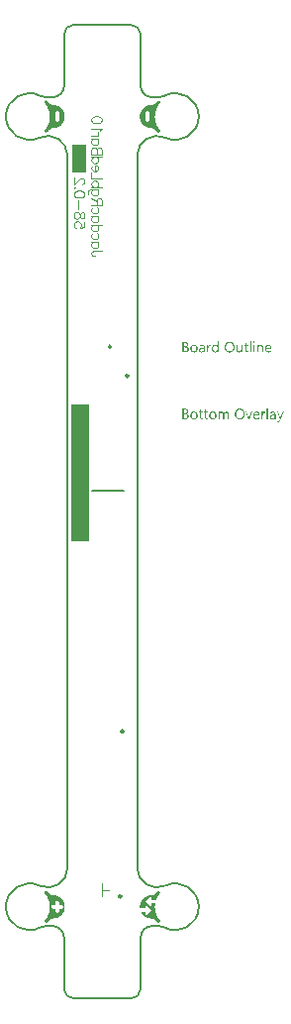
<source format=gbo>
G04*
G04 #@! TF.GenerationSoftware,Altium Limited,Altium Designer,21.8.1 (53)*
G04*
G04 Layer_Color=32896*
%FSAX25Y25*%
%MOIN*%
G70*
G04*
G04 #@! TF.SameCoordinates,E3F0FB40-B38B-4DF8-A9CB-3E72E830E8E9*
G04*
G04*
G04 #@! TF.FilePolarity,Positive*
G04*
G01*
G75*
%ADD11C,0.00787*%
%ADD40C,0.00984*%
%ADD53C,0.00394*%
%ADD54R,0.04823X0.09547*%
%ADD55R,0.06102X0.45861*%
G36*
X0018941Y0301921D02*
X0019003Y0301910D01*
X0019064Y0301892D01*
X0019122Y0301868D01*
X0019177Y0301838D01*
X0019229Y0301801D01*
X0019276Y0301759D01*
X0019318Y0301712D01*
X0019355Y0301661D01*
X0019385Y0301606D01*
X0019409Y0301547D01*
X0019427Y0301487D01*
X0019437Y0301425D01*
X0019441Y0301361D01*
X0019437Y0301298D01*
X0019427Y0301236D01*
X0019409Y0301176D01*
X0019385Y0301117D01*
X0019355Y0301062D01*
X0019318Y0301011D01*
X0019309Y0301000D01*
X0019309Y0301000D01*
X0019309Y0300999D01*
X0019260Y0300942D01*
X0019120Y0300765D01*
X0018985Y0300583D01*
X0018856Y0300397D01*
X0018733Y0300207D01*
X0018617Y0300013D01*
X0018507Y0299815D01*
X0018404Y0299614D01*
X0018307Y0299409D01*
X0018217Y0299202D01*
X0018134Y0298991D01*
X0018058Y0298778D01*
X0017988Y0298563D01*
X0017926Y0298345D01*
X0017871Y0298126D01*
X0017823Y0297904D01*
X0017783Y0297682D01*
X0017750Y0297458D01*
X0017724Y0297233D01*
X0017705Y0297007D01*
X0017694Y0296781D01*
X0017691Y0296555D01*
X0017694Y0296329D01*
X0017705Y0296103D01*
X0017724Y0295877D01*
X0017750Y0295652D01*
X0017783Y0295429D01*
X0017823Y0295206D01*
X0017871Y0294985D01*
X0017926Y0294765D01*
X0017988Y0294548D01*
X0018058Y0294332D01*
X0018134Y0294119D01*
X0018217Y0293909D01*
X0018307Y0293701D01*
X0018404Y0293496D01*
X0018507Y0293295D01*
X0018617Y0293097D01*
X0018733Y0292903D01*
X0018856Y0292713D01*
X0018985Y0292527D01*
X0019120Y0292345D01*
X0019260Y0292168D01*
X0019312Y0292107D01*
X0019312Y0292107D01*
X0019312Y0292106D01*
X0019322Y0292095D01*
X0019358Y0292043D01*
X0019389Y0291988D01*
X0019413Y0291929D01*
X0019431Y0291869D01*
X0019442Y0291806D01*
X0019445Y0291743D01*
X0019442Y0291680D01*
X0019431Y0291617D01*
X0019413Y0291556D01*
X0019389Y0291498D01*
X0019358Y0291442D01*
X0019322Y0291391D01*
X0019279Y0291343D01*
X0019232Y0291301D01*
X0019181Y0291265D01*
X0019125Y0291234D01*
X0019067Y0291210D01*
X0019006Y0291192D01*
X0018943Y0291181D01*
X0018880Y0291178D01*
X0018817Y0291181D01*
X0018754Y0291192D01*
X0018693Y0291210D01*
X0018635Y0291234D01*
X0018579Y0291265D01*
X0018528Y0291301D01*
X0018481Y0291343D01*
X0018448Y0291380D01*
X0018448Y0291380D01*
X0018448Y0291380D01*
X0018411Y0291423D01*
X0018253Y0291620D01*
X0018102Y0291822D01*
X0018102Y0291822D01*
X0018102Y0291822D01*
X0018100Y0291825D01*
X0018099Y0291825D01*
X0018059Y0291880D01*
X0017982Y0291972D01*
X0017899Y0292060D01*
X0017812Y0292143D01*
X0017719Y0292220D01*
X0017622Y0292291D01*
X0017521Y0292357D01*
X0017416Y0292416D01*
X0017308Y0292469D01*
X0017196Y0292515D01*
X0017082Y0292554D01*
X0016966Y0292586D01*
X0016849Y0292612D01*
X0016729Y0292630D01*
X0016610Y0292641D01*
X0016506Y0292644D01*
Y0292644D01*
X0016369Y0292647D01*
X0016199Y0292658D01*
X0016029Y0292677D01*
X0015860Y0292703D01*
X0015693Y0292736D01*
X0015527Y0292776D01*
X0015363Y0292824D01*
X0015202Y0292879D01*
X0015043Y0292941D01*
X0014886Y0293010D01*
X0014733Y0293085D01*
X0014584Y0293167D01*
X0014438Y0293256D01*
X0014296Y0293351D01*
X0014158Y0293452D01*
X0014025Y0293558D01*
X0013897Y0293671D01*
X0013774Y0293789D01*
X0013656Y0293912D01*
X0013543Y0294041D01*
X0013436Y0294174D01*
X0013335Y0294311D01*
X0013240Y0294453D01*
X0013152Y0294599D01*
X0013070Y0294749D01*
X0012994Y0294902D01*
X0012926Y0295058D01*
X0012864Y0295217D01*
X0012809Y0295379D01*
X0012761Y0295543D01*
X0012721Y0295708D01*
X0012687Y0295876D01*
X0012661Y0296044D01*
X0012643Y0296214D01*
X0012632Y0296385D01*
X0012628Y0296555D01*
X0012632Y0296726D01*
X0012643Y0296896D01*
X0012661Y0297066D01*
X0012687Y0297234D01*
X0012721Y0297402D01*
X0012761Y0297568D01*
X0012809Y0297731D01*
X0012864Y0297893D01*
X0012926Y0298052D01*
X0012994Y0298208D01*
X0013070Y0298361D01*
X0013152Y0298511D01*
X0013240Y0298657D01*
X0013335Y0298799D01*
X0013436Y0298937D01*
X0013543Y0299070D01*
X0013656Y0299198D01*
X0013774Y0299321D01*
X0013897Y0299439D01*
X0014025Y0299552D01*
X0014158Y0299659D01*
X0014296Y0299760D01*
X0014438Y0299854D01*
X0014584Y0299943D01*
X0014733Y0300025D01*
X0014886Y0300101D01*
X0015043Y0300169D01*
X0015202Y0300231D01*
X0015363Y0300286D01*
X0015527Y0300334D01*
X0015693Y0300374D01*
X0015860Y0300408D01*
X0016029Y0300434D01*
X0016199Y0300452D01*
X0016369Y0300463D01*
X0016510Y0300466D01*
X0016510Y0300466D01*
X0016615Y0300470D01*
X0016735Y0300481D01*
X0016854Y0300499D01*
X0016972Y0300524D01*
X0017088Y0300556D01*
X0017202Y0300596D01*
X0017313Y0300642D01*
X0017421Y0300694D01*
X0017526Y0300754D01*
X0017627Y0300819D01*
X0017725Y0300890D01*
X0017817Y0300968D01*
X0017905Y0301050D01*
X0017987Y0301138D01*
X0018065Y0301231D01*
X0018103Y0301284D01*
X0018104Y0301284D01*
X0018106Y0301287D01*
X0018106Y0301287D01*
X0018253Y0301483D01*
X0018411Y0301680D01*
X0018448Y0301723D01*
X0018447Y0301723D01*
Y0301723D01*
X0018448Y0301723D01*
X0018480Y0301759D01*
X0018527Y0301801D01*
X0018579Y0301838D01*
X0018634Y0301868D01*
X0018692Y0301892D01*
X0018753Y0301910D01*
X0018815Y0301921D01*
X0018878Y0301924D01*
X0018941Y0301921D01*
D02*
G37*
G36*
X-0018817Y0301929D02*
X-0018754Y0301918D01*
X-0018693Y0301901D01*
X-0018635Y0301876D01*
X-0018579Y0301846D01*
X-0018528Y0301809D01*
X-0018481Y0301767D01*
X-0018448Y0301730D01*
X-0018448Y0301730D01*
X-0018448Y0301730D01*
X-0018411Y0301688D01*
X-0018253Y0301490D01*
X-0018102Y0301289D01*
X-0018102Y0301289D01*
X-0018102Y0301288D01*
X-0018100Y0301285D01*
X-0018099Y0301285D01*
X-0018059Y0301230D01*
X-0017982Y0301138D01*
X-0017899Y0301050D01*
X-0017812Y0300968D01*
X-0017719Y0300890D01*
X-0017622Y0300819D01*
X-0017521Y0300754D01*
X-0017416Y0300694D01*
X-0017308Y0300642D01*
X-0017196Y0300596D01*
X-0017082Y0300556D01*
X-0016966Y0300524D01*
X-0016849Y0300499D01*
X-0016729Y0300481D01*
X-0016610Y0300470D01*
X-0016506Y0300466D01*
Y0300466D01*
X-0016369Y0300463D01*
X-0016199Y0300452D01*
X-0016029Y0300434D01*
X-0015860Y0300408D01*
X-0015693Y0300374D01*
X-0015527Y0300334D01*
X-0015363Y0300286D01*
X-0015202Y0300231D01*
X-0015043Y0300169D01*
X-0014886Y0300100D01*
X-0014733Y0300025D01*
X-0014584Y0299943D01*
X-0014438Y0299854D01*
X-0014296Y0299760D01*
X-0014158Y0299659D01*
X-0014025Y0299552D01*
X-0013897Y0299439D01*
X-0013774Y0299321D01*
X-0013656Y0299198D01*
X-0013543Y0299070D01*
X-0013436Y0298937D01*
X-0013335Y0298799D01*
X-0013240Y0298657D01*
X-0013152Y0298511D01*
X-0013070Y0298361D01*
X-0012994Y0298208D01*
X-0012926Y0298052D01*
X-0012864Y0297893D01*
X-0012809Y0297731D01*
X-0012761Y0297568D01*
X-0012721Y0297402D01*
X-0012687Y0297234D01*
X-0012661Y0297066D01*
X-0012643Y0296896D01*
X-0012632Y0296726D01*
X-0012628Y0296555D01*
X-0012632Y0296385D01*
X-0012643Y0296214D01*
X-0012661Y0296044D01*
X-0012687Y0295876D01*
X-0012721Y0295708D01*
X-0012761Y0295543D01*
X-0012809Y0295379D01*
X-0012864Y0295217D01*
X-0012926Y0295058D01*
X-0012994Y0294902D01*
X-0013070Y0294749D01*
X-0013152Y0294599D01*
X-0013240Y0294453D01*
X-0013335Y0294311D01*
X-0013436Y0294174D01*
X-0013543Y0294041D01*
X-0013656Y0293912D01*
X-0013774Y0293789D01*
X-0013897Y0293671D01*
X-0014025Y0293558D01*
X-0014158Y0293452D01*
X-0014296Y0293351D01*
X-0014438Y0293256D01*
X-0014584Y0293167D01*
X-0014733Y0293085D01*
X-0014886Y0293010D01*
X-0015043Y0292941D01*
X-0015202Y0292879D01*
X-0015363Y0292824D01*
X-0015527Y0292776D01*
X-0015693Y0292736D01*
X-0015860Y0292703D01*
X-0016029Y0292677D01*
X-0016199Y0292658D01*
X-0016369Y0292647D01*
X-0016510Y0292644D01*
X-0016510Y0292644D01*
X-0016615Y0292640D01*
X-0016735Y0292630D01*
X-0016854Y0292612D01*
X-0016972Y0292586D01*
X-0017088Y0292554D01*
X-0017202Y0292515D01*
X-0017313Y0292469D01*
X-0017421Y0292416D01*
X-0017526Y0292357D01*
X-0017627Y0292291D01*
X-0017725Y0292220D01*
X-0017817Y0292143D01*
X-0017905Y0292060D01*
X-0017987Y0291972D01*
X-0018065Y0291880D01*
X-0018103Y0291827D01*
X-0018104Y0291826D01*
X-0018106Y0291823D01*
X-0018106Y0291823D01*
X-0018253Y0291628D01*
X-0018411Y0291430D01*
X-0018448Y0291388D01*
X-0018447Y0291387D01*
Y0291387D01*
X-0018448Y0291388D01*
X-0018480Y0291351D01*
X-0018527Y0291309D01*
X-0018579Y0291272D01*
X-0018634Y0291242D01*
X-0018692Y0291218D01*
X-0018753Y0291200D01*
X-0018815Y0291190D01*
X-0018878Y0291186D01*
X-0018941Y0291190D01*
X-0019003Y0291200D01*
X-0019064Y0291218D01*
X-0019122Y0291242D01*
X-0019177Y0291272D01*
X-0019229Y0291309D01*
X-0019276Y0291351D01*
X-0019318Y0291398D01*
X-0019355Y0291449D01*
X-0019385Y0291505D01*
X-0019409Y0291563D01*
X-0019427Y0291623D01*
X-0019437Y0291686D01*
X-0019441Y0291749D01*
X-0019437Y0291812D01*
X-0019427Y0291874D01*
X-0019409Y0291934D01*
X-0019385Y0291993D01*
X-0019355Y0292048D01*
X-0019318Y0292099D01*
X-0019309Y0292110D01*
X-0019309Y0292110D01*
X-0019309Y0292111D01*
X-0019260Y0292168D01*
X-0019120Y0292345D01*
X-0018985Y0292527D01*
X-0018856Y0292713D01*
X-0018733Y0292903D01*
X-0018617Y0293097D01*
X-0018507Y0293295D01*
X-0018404Y0293496D01*
X-0018307Y0293701D01*
X-0018217Y0293909D01*
X-0018134Y0294119D01*
X-0018058Y0294332D01*
X-0017988Y0294548D01*
X-0017926Y0294765D01*
X-0017871Y0294985D01*
X-0017823Y0295206D01*
X-0017783Y0295429D01*
X-0017750Y0295652D01*
X-0017724Y0295877D01*
X-0017705Y0296103D01*
X-0017694Y0296329D01*
X-0017691Y0296555D01*
X-0017694Y0296781D01*
X-0017705Y0297007D01*
X-0017724Y0297233D01*
X-0017750Y0297458D01*
X-0017783Y0297682D01*
X-0017823Y0297904D01*
X-0017871Y0298126D01*
X-0017926Y0298345D01*
X-0017988Y0298563D01*
X-0018058Y0298778D01*
X-0018134Y0298991D01*
X-0018217Y0299202D01*
X-0018307Y0299409D01*
X-0018404Y0299614D01*
X-0018507Y0299815D01*
X-0018617Y0300013D01*
X-0018733Y0300207D01*
X-0018856Y0300397D01*
X-0018985Y0300583D01*
X-0019120Y0300765D01*
X-0019260Y0300942D01*
X-0019312Y0301003D01*
X-0019312Y0301004D01*
X-0019312Y0301004D01*
X-0019322Y0301015D01*
X-0019358Y0301067D01*
X-0019389Y0301122D01*
X-0019413Y0301181D01*
X-0019431Y0301242D01*
X-0019442Y0301304D01*
X-0019445Y0301367D01*
X-0019442Y0301431D01*
X-0019431Y0301493D01*
X-0019413Y0301554D01*
X-0019389Y0301612D01*
X-0019358Y0301668D01*
X-0019322Y0301720D01*
X-0019279Y0301767D01*
X-0019232Y0301809D01*
X-0019181Y0301846D01*
X-0019125Y0301876D01*
X-0019067Y0301901D01*
X-0019006Y0301918D01*
X-0018943Y0301929D01*
X-0018880Y0301932D01*
X-0018817Y0301929D01*
D02*
G37*
G36*
X0051178Y0220945D02*
X0051202D01*
X0051258Y0220920D01*
X0051289Y0220901D01*
X0051320Y0220877D01*
X0051326Y0220870D01*
X0051332Y0220864D01*
X0051363Y0220827D01*
X0051388Y0220765D01*
X0051394Y0220728D01*
X0051400Y0220691D01*
Y0220685D01*
Y0220672D01*
X0051394Y0220654D01*
X0051388Y0220629D01*
X0051370Y0220567D01*
X0051345Y0220536D01*
X0051320Y0220505D01*
X0051314D01*
X0051308Y0220493D01*
X0051270Y0220468D01*
X0051215Y0220443D01*
X0051178Y0220437D01*
X0051140Y0220431D01*
X0051122D01*
X0051103Y0220437D01*
X0051078D01*
X0051017Y0220462D01*
X0050986Y0220474D01*
X0050955Y0220499D01*
Y0220505D01*
X0050942Y0220511D01*
X0050930Y0220530D01*
X0050918Y0220548D01*
X0050893Y0220610D01*
X0050887Y0220648D01*
X0050880Y0220691D01*
Y0220697D01*
Y0220709D01*
X0050887Y0220728D01*
X0050893Y0220759D01*
X0050911Y0220815D01*
X0050930Y0220846D01*
X0050955Y0220877D01*
X0050961Y0220883D01*
X0050967Y0220889D01*
X0051004Y0220914D01*
X0051066Y0220938D01*
X0051103Y0220951D01*
X0051159D01*
X0051178Y0220945D01*
D02*
G37*
G36*
X0039187Y0217280D02*
X0038785D01*
Y0217701D01*
X0038773D01*
Y0217695D01*
X0038760Y0217683D01*
X0038742Y0217658D01*
X0038723Y0217627D01*
X0038692Y0217590D01*
X0038655Y0217552D01*
X0038612Y0217509D01*
X0038562Y0217466D01*
X0038507Y0217416D01*
X0038438Y0217373D01*
X0038370Y0217336D01*
X0038290Y0217299D01*
X0038210Y0217268D01*
X0038117Y0217243D01*
X0038018Y0217231D01*
X0037912Y0217224D01*
X0037869D01*
X0037832Y0217231D01*
X0037795Y0217237D01*
X0037745Y0217243D01*
X0037640Y0217268D01*
X0037516Y0217305D01*
X0037392Y0217367D01*
X0037324Y0217404D01*
X0037269Y0217447D01*
X0037207Y0217503D01*
X0037151Y0217559D01*
Y0217565D01*
X0037139Y0217577D01*
X0037126Y0217596D01*
X0037108Y0217621D01*
X0037089Y0217652D01*
X0037064Y0217695D01*
X0037040Y0217744D01*
X0037015Y0217800D01*
X0036984Y0217862D01*
X0036959Y0217930D01*
X0036934Y0218004D01*
X0036916Y0218085D01*
X0036897Y0218172D01*
X0036885Y0218270D01*
X0036879Y0218370D01*
X0036873Y0218475D01*
Y0218481D01*
Y0218499D01*
Y0218537D01*
X0036879Y0218580D01*
X0036885Y0218630D01*
X0036891Y0218691D01*
X0036897Y0218759D01*
X0036910Y0218834D01*
X0036947Y0218995D01*
X0037003Y0219162D01*
X0037040Y0219242D01*
X0037083Y0219323D01*
X0037126Y0219397D01*
X0037182Y0219471D01*
X0037188Y0219478D01*
X0037194Y0219490D01*
X0037213Y0219509D01*
X0037238Y0219533D01*
X0037269Y0219558D01*
X0037312Y0219589D01*
X0037355Y0219626D01*
X0037405Y0219663D01*
X0037529Y0219731D01*
X0037671Y0219793D01*
X0037751Y0219812D01*
X0037838Y0219830D01*
X0037925Y0219843D01*
X0038024Y0219849D01*
X0038073D01*
X0038111Y0219843D01*
X0038148Y0219837D01*
X0038197Y0219830D01*
X0038309Y0219799D01*
X0038432Y0219750D01*
X0038494Y0219719D01*
X0038556Y0219676D01*
X0038618Y0219632D01*
X0038674Y0219577D01*
X0038723Y0219515D01*
X0038773Y0219440D01*
X0038785D01*
Y0221000D01*
X0039187D01*
Y0217280D01*
D02*
G37*
G36*
X0053456Y0219843D02*
X0053530Y0219837D01*
X0053623Y0219818D01*
X0053722Y0219787D01*
X0053827Y0219738D01*
X0053932Y0219670D01*
X0053975Y0219632D01*
X0054019Y0219583D01*
X0054031Y0219570D01*
X0054056Y0219533D01*
X0054087Y0219471D01*
X0054130Y0219385D01*
X0054167Y0219280D01*
X0054204Y0219149D01*
X0054229Y0218995D01*
X0054235Y0218815D01*
Y0217280D01*
X0053833D01*
Y0218710D01*
Y0218716D01*
Y0218747D01*
X0053827Y0218784D01*
Y0218834D01*
X0053815Y0218896D01*
X0053802Y0218964D01*
X0053784Y0219038D01*
X0053759Y0219112D01*
X0053728Y0219187D01*
X0053691Y0219255D01*
X0053641Y0219323D01*
X0053585Y0219385D01*
X0053524Y0219434D01*
X0053443Y0219471D01*
X0053356Y0219502D01*
X0053251Y0219509D01*
X0053239D01*
X0053202Y0219502D01*
X0053146Y0219496D01*
X0053078Y0219478D01*
X0052997Y0219453D01*
X0052911Y0219409D01*
X0052830Y0219354D01*
X0052750Y0219280D01*
X0052744Y0219267D01*
X0052719Y0219242D01*
X0052688Y0219193D01*
X0052651Y0219125D01*
X0052614Y0219044D01*
X0052583Y0218945D01*
X0052558Y0218834D01*
X0052552Y0218710D01*
Y0217280D01*
X0052149D01*
Y0219793D01*
X0052552D01*
Y0219372D01*
X0052564D01*
X0052570Y0219378D01*
X0052577Y0219391D01*
X0052595Y0219416D01*
X0052620Y0219447D01*
X0052645Y0219484D01*
X0052682Y0219521D01*
X0052725Y0219564D01*
X0052775Y0219614D01*
X0052830Y0219657D01*
X0052892Y0219700D01*
X0052960Y0219738D01*
X0053035Y0219775D01*
X0053109Y0219806D01*
X0053196Y0219830D01*
X0053288Y0219843D01*
X0053387Y0219849D01*
X0053425D01*
X0053456Y0219843D01*
D02*
G37*
G36*
X0036458Y0219830D02*
X0036532Y0219824D01*
X0036575Y0219812D01*
X0036606Y0219799D01*
Y0219385D01*
X0036600Y0219391D01*
X0036588Y0219397D01*
X0036563Y0219409D01*
X0036532Y0219428D01*
X0036489Y0219440D01*
X0036433Y0219453D01*
X0036371Y0219459D01*
X0036303Y0219465D01*
X0036291D01*
X0036260Y0219459D01*
X0036210Y0219453D01*
X0036154Y0219434D01*
X0036080Y0219403D01*
X0036012Y0219360D01*
X0035938Y0219298D01*
X0035870Y0219218D01*
X0035864Y0219205D01*
X0035845Y0219174D01*
X0035814Y0219119D01*
X0035783Y0219044D01*
X0035752Y0218951D01*
X0035721Y0218834D01*
X0035703Y0218704D01*
X0035696Y0218555D01*
Y0217280D01*
X0035294D01*
Y0219793D01*
X0035696D01*
Y0219273D01*
X0035709D01*
Y0219280D01*
X0035715Y0219286D01*
X0035727Y0219317D01*
X0035746Y0219366D01*
X0035777Y0219428D01*
X0035808Y0219490D01*
X0035857Y0219558D01*
X0035907Y0219626D01*
X0035969Y0219688D01*
X0035975Y0219694D01*
X0036000Y0219713D01*
X0036037Y0219738D01*
X0036086Y0219762D01*
X0036142Y0219787D01*
X0036210Y0219812D01*
X0036284Y0219830D01*
X0036365Y0219837D01*
X0036421D01*
X0036458Y0219830D01*
D02*
G37*
G36*
X0047197Y0217280D02*
X0046795D01*
Y0217676D01*
X0046783D01*
Y0217670D01*
X0046770Y0217658D01*
X0046758Y0217633D01*
X0046733Y0217608D01*
X0046677Y0217534D01*
X0046591Y0217453D01*
X0046541Y0217410D01*
X0046486Y0217367D01*
X0046424Y0217330D01*
X0046349Y0217292D01*
X0046275Y0217268D01*
X0046195Y0217243D01*
X0046102Y0217231D01*
X0046009Y0217224D01*
X0045972D01*
X0045928Y0217231D01*
X0045867Y0217243D01*
X0045799Y0217255D01*
X0045724Y0217280D01*
X0045644Y0217311D01*
X0045563Y0217361D01*
X0045477Y0217416D01*
X0045396Y0217484D01*
X0045322Y0217571D01*
X0045254Y0217676D01*
X0045192Y0217794D01*
X0045149Y0217936D01*
X0045124Y0218103D01*
X0045111Y0218190D01*
Y0218289D01*
Y0219793D01*
X0045507D01*
Y0218351D01*
Y0218345D01*
Y0218320D01*
X0045514Y0218277D01*
X0045520Y0218227D01*
X0045526Y0218165D01*
X0045538Y0218103D01*
X0045557Y0218029D01*
X0045582Y0217955D01*
X0045619Y0217881D01*
X0045656Y0217812D01*
X0045706Y0217744D01*
X0045768Y0217683D01*
X0045836Y0217633D01*
X0045916Y0217596D01*
X0046015Y0217565D01*
X0046120Y0217559D01*
X0046133D01*
X0046170Y0217565D01*
X0046226Y0217571D01*
X0046288Y0217583D01*
X0046368Y0217614D01*
X0046448Y0217652D01*
X0046529Y0217701D01*
X0046603Y0217775D01*
X0046609Y0217788D01*
X0046634Y0217812D01*
X0046665Y0217862D01*
X0046702Y0217930D01*
X0046733Y0218010D01*
X0046764Y0218110D01*
X0046789Y0218221D01*
X0046795Y0218345D01*
Y0219793D01*
X0047197D01*
Y0217280D01*
D02*
G37*
G36*
X0051332D02*
X0050930D01*
Y0219793D01*
X0051332D01*
Y0217280D01*
D02*
G37*
G36*
X0050113D02*
X0049711D01*
Y0221000D01*
X0050113D01*
Y0217280D01*
D02*
G37*
G36*
X0033734Y0219843D02*
X0033790Y0219837D01*
X0033858Y0219818D01*
X0033932Y0219799D01*
X0034013Y0219769D01*
X0034099Y0219731D01*
X0034180Y0219682D01*
X0034260Y0219620D01*
X0034335Y0219546D01*
X0034403Y0219453D01*
X0034458Y0219348D01*
X0034502Y0219224D01*
X0034527Y0219081D01*
X0034539Y0218914D01*
Y0217280D01*
X0034137D01*
Y0217670D01*
X0034124D01*
Y0217664D01*
X0034112Y0217652D01*
X0034099Y0217627D01*
X0034075Y0217602D01*
X0034013Y0217528D01*
X0033932Y0217447D01*
X0033821Y0217367D01*
X0033691Y0217292D01*
X0033610Y0217268D01*
X0033530Y0217243D01*
X0033443Y0217231D01*
X0033350Y0217224D01*
X0033313D01*
X0033288Y0217231D01*
X0033220Y0217237D01*
X0033140Y0217249D01*
X0033041Y0217274D01*
X0032948Y0217305D01*
X0032849Y0217354D01*
X0032762Y0217416D01*
X0032756Y0217429D01*
X0032731Y0217453D01*
X0032694Y0217497D01*
X0032657Y0217559D01*
X0032620Y0217633D01*
X0032583Y0217720D01*
X0032558Y0217825D01*
X0032552Y0217943D01*
Y0217949D01*
Y0217973D01*
X0032558Y0218010D01*
X0032564Y0218054D01*
X0032577Y0218110D01*
X0032595Y0218172D01*
X0032620Y0218240D01*
X0032657Y0218308D01*
X0032700Y0218382D01*
X0032756Y0218456D01*
X0032824Y0218524D01*
X0032905Y0218586D01*
X0032998Y0218648D01*
X0033109Y0218698D01*
X0033233Y0218735D01*
X0033381Y0218766D01*
X0034137Y0218871D01*
Y0218877D01*
Y0218896D01*
X0034130Y0218933D01*
Y0218970D01*
X0034118Y0219020D01*
X0034112Y0219075D01*
X0034075Y0219193D01*
X0034044Y0219249D01*
X0034013Y0219304D01*
X0033969Y0219360D01*
X0033920Y0219409D01*
X0033858Y0219453D01*
X0033790Y0219484D01*
X0033709Y0219502D01*
X0033617Y0219509D01*
X0033573D01*
X0033542Y0219502D01*
X0033499D01*
X0033456Y0219490D01*
X0033344Y0219471D01*
X0033220Y0219434D01*
X0033084Y0219378D01*
X0033010Y0219341D01*
X0032942Y0219304D01*
X0032868Y0219255D01*
X0032800Y0219199D01*
Y0219614D01*
X0032806D01*
X0032818Y0219626D01*
X0032837Y0219638D01*
X0032868Y0219651D01*
X0032899Y0219670D01*
X0032942Y0219688D01*
X0032991Y0219707D01*
X0033047Y0219731D01*
X0033171Y0219775D01*
X0033319Y0219812D01*
X0033480Y0219837D01*
X0033654Y0219849D01*
X0033691D01*
X0033734Y0219843D01*
D02*
G37*
G36*
X0028045Y0220790D02*
X0028089D01*
X0028132Y0220784D01*
X0028231Y0220771D01*
X0028349Y0220740D01*
X0028473Y0220703D01*
X0028590Y0220648D01*
X0028695Y0220573D01*
X0028702D01*
X0028708Y0220561D01*
X0028739Y0220536D01*
X0028782Y0220486D01*
X0028832Y0220418D01*
X0028875Y0220332D01*
X0028918Y0220233D01*
X0028949Y0220121D01*
X0028962Y0220059D01*
Y0219991D01*
Y0219985D01*
Y0219979D01*
Y0219942D01*
X0028956Y0219886D01*
X0028943Y0219818D01*
X0028925Y0219731D01*
X0028894Y0219645D01*
X0028856Y0219558D01*
X0028801Y0219471D01*
X0028795Y0219459D01*
X0028770Y0219434D01*
X0028733Y0219397D01*
X0028683Y0219348D01*
X0028621Y0219298D01*
X0028547Y0219242D01*
X0028454Y0219199D01*
X0028355Y0219156D01*
Y0219149D01*
X0028374D01*
X0028392Y0219143D01*
X0028411Y0219137D01*
X0028479Y0219125D01*
X0028559Y0219100D01*
X0028646Y0219063D01*
X0028739Y0219020D01*
X0028832Y0218958D01*
X0028918Y0218877D01*
X0028931Y0218865D01*
X0028956Y0218834D01*
X0028986Y0218791D01*
X0029030Y0218722D01*
X0029067Y0218636D01*
X0029104Y0218537D01*
X0029129Y0218419D01*
X0029135Y0218289D01*
Y0218283D01*
Y0218270D01*
Y0218246D01*
X0029129Y0218215D01*
X0029123Y0218178D01*
X0029116Y0218134D01*
X0029092Y0218029D01*
X0029054Y0217912D01*
X0028999Y0217788D01*
X0028962Y0217732D01*
X0028918Y0217670D01*
X0028863Y0217614D01*
X0028807Y0217559D01*
X0028801D01*
X0028795Y0217546D01*
X0028776Y0217534D01*
X0028751Y0217515D01*
X0028720Y0217497D01*
X0028677Y0217472D01*
X0028584Y0217423D01*
X0028466Y0217367D01*
X0028330Y0217323D01*
X0028169Y0217292D01*
X0028089Y0217286D01*
X0027996Y0217280D01*
X0026969D01*
Y0220796D01*
X0028015D01*
X0028045Y0220790D01*
D02*
G37*
G36*
X0048541Y0219793D02*
X0049178D01*
Y0219447D01*
X0048541D01*
Y0218029D01*
Y0218017D01*
Y0217986D01*
X0048547Y0217943D01*
X0048553Y0217887D01*
X0048578Y0217769D01*
X0048596Y0217713D01*
X0048627Y0217670D01*
X0048634Y0217664D01*
X0048646Y0217652D01*
X0048664Y0217639D01*
X0048695Y0217621D01*
X0048733Y0217596D01*
X0048782Y0217583D01*
X0048844Y0217571D01*
X0048912Y0217565D01*
X0048937D01*
X0048968Y0217571D01*
X0049005Y0217577D01*
X0049092Y0217602D01*
X0049135Y0217621D01*
X0049178Y0217645D01*
Y0217299D01*
X0049172D01*
X0049153Y0217286D01*
X0049123Y0217280D01*
X0049079Y0217268D01*
X0049024Y0217255D01*
X0048961Y0217243D01*
X0048887Y0217237D01*
X0048801Y0217231D01*
X0048770D01*
X0048739Y0217237D01*
X0048695Y0217243D01*
X0048646Y0217255D01*
X0048590Y0217268D01*
X0048534Y0217292D01*
X0048472Y0217323D01*
X0048411Y0217361D01*
X0048349Y0217410D01*
X0048293Y0217466D01*
X0048243Y0217540D01*
X0048200Y0217621D01*
X0048169Y0217720D01*
X0048145Y0217831D01*
X0048138Y0217961D01*
Y0219447D01*
X0047711D01*
Y0219793D01*
X0048138D01*
Y0220406D01*
X0048541Y0220536D01*
Y0219793D01*
D02*
G37*
G36*
X0056068Y0219843D02*
X0056111Y0219837D01*
X0056154Y0219830D01*
X0056266Y0219812D01*
X0056389Y0219769D01*
X0056513Y0219713D01*
X0056575Y0219676D01*
X0056637Y0219632D01*
X0056693Y0219583D01*
X0056749Y0219527D01*
X0056755Y0219521D01*
X0056761Y0219515D01*
X0056773Y0219496D01*
X0056792Y0219471D01*
X0056810Y0219434D01*
X0056835Y0219397D01*
X0056860Y0219354D01*
X0056885Y0219298D01*
X0056910Y0219236D01*
X0056934Y0219174D01*
X0056959Y0219100D01*
X0056978Y0219020D01*
X0056996Y0218933D01*
X0057009Y0218846D01*
X0057021Y0218747D01*
Y0218642D01*
Y0218431D01*
X0055244D01*
Y0218425D01*
Y0218413D01*
Y0218394D01*
X0055251Y0218363D01*
X0055257Y0218326D01*
Y0218289D01*
X0055275Y0218190D01*
X0055306Y0218091D01*
X0055343Y0217980D01*
X0055399Y0217874D01*
X0055467Y0217781D01*
X0055480Y0217769D01*
X0055504Y0217744D01*
X0055554Y0217713D01*
X0055622Y0217670D01*
X0055709Y0217627D01*
X0055808Y0217596D01*
X0055925Y0217571D01*
X0056062Y0217559D01*
X0056105D01*
X0056136Y0217565D01*
X0056173D01*
X0056216Y0217571D01*
X0056322Y0217596D01*
X0056439Y0217627D01*
X0056569Y0217676D01*
X0056705Y0217744D01*
X0056773Y0217788D01*
X0056841Y0217837D01*
Y0217460D01*
X0056835D01*
X0056829Y0217447D01*
X0056810Y0217441D01*
X0056779Y0217423D01*
X0056749Y0217404D01*
X0056711Y0217385D01*
X0056662Y0217367D01*
X0056612Y0217342D01*
X0056551Y0217317D01*
X0056482Y0217299D01*
X0056334Y0217262D01*
X0056160Y0217237D01*
X0055969Y0217224D01*
X0055919D01*
X0055882Y0217231D01*
X0055839Y0217237D01*
X0055783Y0217243D01*
X0055665Y0217268D01*
X0055529Y0217305D01*
X0055393Y0217367D01*
X0055325Y0217410D01*
X0055257Y0217453D01*
X0055195Y0217503D01*
X0055133Y0217565D01*
X0055127Y0217571D01*
X0055121Y0217583D01*
X0055108Y0217602D01*
X0055084Y0217627D01*
X0055065Y0217664D01*
X0055040Y0217707D01*
X0055009Y0217757D01*
X0054984Y0217812D01*
X0054953Y0217874D01*
X0054929Y0217949D01*
X0054898Y0218029D01*
X0054879Y0218116D01*
X0054861Y0218209D01*
X0054842Y0218308D01*
X0054836Y0218413D01*
X0054830Y0218524D01*
Y0218531D01*
Y0218549D01*
Y0218580D01*
X0054836Y0218623D01*
X0054842Y0218673D01*
X0054848Y0218729D01*
X0054854Y0218797D01*
X0054873Y0218865D01*
X0054910Y0219013D01*
X0054966Y0219174D01*
X0055003Y0219255D01*
X0055053Y0219329D01*
X0055102Y0219409D01*
X0055158Y0219478D01*
X0055164Y0219484D01*
X0055176Y0219496D01*
X0055195Y0219515D01*
X0055220Y0219533D01*
X0055251Y0219564D01*
X0055288Y0219595D01*
X0055337Y0219626D01*
X0055387Y0219663D01*
X0055504Y0219731D01*
X0055647Y0219793D01*
X0055727Y0219812D01*
X0055808Y0219830D01*
X0055894Y0219843D01*
X0055987Y0219849D01*
X0056037D01*
X0056068Y0219843D01*
D02*
G37*
G36*
X0043025Y0220852D02*
X0043087Y0220846D01*
X0043161Y0220833D01*
X0043242Y0220815D01*
X0043329Y0220796D01*
X0043415Y0220771D01*
X0043514Y0220740D01*
X0043607Y0220697D01*
X0043706Y0220648D01*
X0043805Y0220592D01*
X0043898Y0220524D01*
X0043991Y0220449D01*
X0044078Y0220363D01*
X0044084Y0220357D01*
X0044096Y0220338D01*
X0044121Y0220313D01*
X0044146Y0220276D01*
X0044183Y0220227D01*
X0044220Y0220165D01*
X0044257Y0220097D01*
X0044300Y0220022D01*
X0044344Y0219929D01*
X0044381Y0219837D01*
X0044418Y0219731D01*
X0044455Y0219614D01*
X0044480Y0219496D01*
X0044505Y0219366D01*
X0044517Y0219224D01*
X0044523Y0219081D01*
Y0219069D01*
Y0219044D01*
Y0219001D01*
X0044517Y0218939D01*
X0044511Y0218865D01*
X0044499Y0218784D01*
X0044486Y0218691D01*
X0044468Y0218586D01*
X0044443Y0218481D01*
X0044412Y0218370D01*
X0044375Y0218258D01*
X0044331Y0218147D01*
X0044276Y0218029D01*
X0044214Y0217924D01*
X0044146Y0217819D01*
X0044065Y0217720D01*
X0044059Y0217713D01*
X0044047Y0217701D01*
X0044016Y0217676D01*
X0043985Y0217645D01*
X0043935Y0217602D01*
X0043880Y0217565D01*
X0043818Y0217515D01*
X0043743Y0217472D01*
X0043663Y0217429D01*
X0043570Y0217379D01*
X0043471Y0217342D01*
X0043360Y0217305D01*
X0043242Y0217268D01*
X0043118Y0217243D01*
X0042988Y0217231D01*
X0042846Y0217224D01*
X0042815D01*
X0042772Y0217231D01*
X0042722D01*
X0042660Y0217237D01*
X0042586Y0217249D01*
X0042505Y0217268D01*
X0042412Y0217286D01*
X0042320Y0217311D01*
X0042221Y0217342D01*
X0042122Y0217385D01*
X0042023Y0217429D01*
X0041923Y0217484D01*
X0041824Y0217552D01*
X0041732Y0217627D01*
X0041645Y0217713D01*
X0041639Y0217720D01*
X0041626Y0217738D01*
X0041602Y0217763D01*
X0041577Y0217800D01*
X0041540Y0217850D01*
X0041503Y0217912D01*
X0041465Y0217980D01*
X0041422Y0218060D01*
X0041379Y0218147D01*
X0041342Y0218240D01*
X0041304Y0218345D01*
X0041267Y0218462D01*
X0041243Y0218580D01*
X0041218Y0218710D01*
X0041205Y0218852D01*
X0041199Y0218995D01*
Y0219007D01*
Y0219032D01*
X0041205Y0219075D01*
Y0219137D01*
X0041212Y0219205D01*
X0041224Y0219292D01*
X0041236Y0219385D01*
X0041255Y0219484D01*
X0041280Y0219589D01*
X0041311Y0219700D01*
X0041348Y0219812D01*
X0041391Y0219923D01*
X0041447Y0220035D01*
X0041509Y0220146D01*
X0041577Y0220251D01*
X0041657Y0220350D01*
X0041664Y0220357D01*
X0041676Y0220375D01*
X0041707Y0220400D01*
X0041744Y0220431D01*
X0041787Y0220468D01*
X0041843Y0220511D01*
X0041911Y0220555D01*
X0041985Y0220604D01*
X0042072Y0220654D01*
X0042165Y0220697D01*
X0042264Y0220740D01*
X0042375Y0220778D01*
X0042499Y0220808D01*
X0042629Y0220839D01*
X0042765Y0220852D01*
X0042908Y0220858D01*
X0042976D01*
X0043025Y0220852D01*
D02*
G37*
G36*
X0030998Y0219843D02*
X0031041Y0219837D01*
X0031097Y0219830D01*
X0031221Y0219806D01*
X0031363Y0219762D01*
X0031506Y0219700D01*
X0031580Y0219663D01*
X0031648Y0219620D01*
X0031716Y0219564D01*
X0031778Y0219502D01*
X0031784Y0219496D01*
X0031791Y0219484D01*
X0031809Y0219465D01*
X0031828Y0219440D01*
X0031852Y0219403D01*
X0031877Y0219360D01*
X0031908Y0219310D01*
X0031939Y0219255D01*
X0031964Y0219187D01*
X0031995Y0219119D01*
X0032019Y0219038D01*
X0032044Y0218951D01*
X0032063Y0218859D01*
X0032081Y0218759D01*
X0032088Y0218654D01*
X0032094Y0218543D01*
Y0218537D01*
Y0218518D01*
Y0218487D01*
X0032088Y0218444D01*
X0032081Y0218394D01*
X0032075Y0218332D01*
X0032063Y0218270D01*
X0032050Y0218196D01*
X0032013Y0218048D01*
X0031951Y0217887D01*
X0031914Y0217806D01*
X0031865Y0217726D01*
X0031815Y0217652D01*
X0031753Y0217583D01*
X0031747Y0217577D01*
X0031735Y0217571D01*
X0031716Y0217552D01*
X0031691Y0217528D01*
X0031654Y0217503D01*
X0031617Y0217472D01*
X0031568Y0217435D01*
X0031512Y0217404D01*
X0031450Y0217373D01*
X0031382Y0217336D01*
X0031308Y0217305D01*
X0031227Y0217280D01*
X0031141Y0217255D01*
X0031048Y0217243D01*
X0030949Y0217231D01*
X0030843Y0217224D01*
X0030788D01*
X0030751Y0217231D01*
X0030707Y0217237D01*
X0030652Y0217243D01*
X0030590Y0217255D01*
X0030522Y0217268D01*
X0030379Y0217311D01*
X0030231Y0217373D01*
X0030156Y0217410D01*
X0030088Y0217460D01*
X0030020Y0217509D01*
X0029952Y0217571D01*
X0029946Y0217577D01*
X0029940Y0217590D01*
X0029921Y0217608D01*
X0029902Y0217633D01*
X0029878Y0217670D01*
X0029847Y0217713D01*
X0029816Y0217763D01*
X0029791Y0217819D01*
X0029760Y0217887D01*
X0029729Y0217955D01*
X0029698Y0218029D01*
X0029673Y0218116D01*
X0029636Y0218302D01*
X0029630Y0218401D01*
X0029624Y0218506D01*
Y0218512D01*
Y0218537D01*
Y0218568D01*
X0029630Y0218611D01*
X0029636Y0218660D01*
X0029643Y0218722D01*
X0029655Y0218791D01*
X0029667Y0218865D01*
X0029704Y0219026D01*
X0029766Y0219187D01*
X0029810Y0219267D01*
X0029853Y0219348D01*
X0029902Y0219422D01*
X0029964Y0219490D01*
X0029971Y0219496D01*
X0029983Y0219509D01*
X0030002Y0219521D01*
X0030026Y0219546D01*
X0030064Y0219570D01*
X0030107Y0219601D01*
X0030156Y0219638D01*
X0030212Y0219670D01*
X0030274Y0219700D01*
X0030348Y0219738D01*
X0030422Y0219769D01*
X0030509Y0219793D01*
X0030596Y0219818D01*
X0030695Y0219837D01*
X0030800Y0219843D01*
X0030905Y0219849D01*
X0030961D01*
X0030998Y0219843D01*
D02*
G37*
G36*
X0041905Y0197347D02*
X0041961Y0197335D01*
X0042023Y0197323D01*
X0042091Y0197298D01*
X0042171Y0197267D01*
X0042245Y0197223D01*
X0042326Y0197174D01*
X0042400Y0197106D01*
X0042468Y0197019D01*
X0042530Y0196920D01*
X0042586Y0196809D01*
X0042623Y0196666D01*
X0042654Y0196512D01*
X0042660Y0196332D01*
Y0194785D01*
X0042258D01*
Y0196227D01*
Y0196233D01*
Y0196246D01*
Y0196264D01*
Y0196295D01*
X0042252Y0196369D01*
X0042239Y0196456D01*
X0042227Y0196555D01*
X0042202Y0196654D01*
X0042171Y0196747D01*
X0042128Y0196827D01*
X0042122Y0196834D01*
X0042103Y0196858D01*
X0042072Y0196889D01*
X0042023Y0196920D01*
X0041967Y0196957D01*
X0041893Y0196982D01*
X0041800Y0197007D01*
X0041695Y0197013D01*
X0041682D01*
X0041651Y0197007D01*
X0041602Y0197001D01*
X0041540Y0196982D01*
X0041472Y0196957D01*
X0041397Y0196914D01*
X0041323Y0196858D01*
X0041255Y0196778D01*
X0041249Y0196765D01*
X0041230Y0196734D01*
X0041199Y0196685D01*
X0041168Y0196617D01*
X0041131Y0196536D01*
X0041106Y0196444D01*
X0041082Y0196332D01*
X0041076Y0196214D01*
Y0194785D01*
X0040673D01*
Y0196276D01*
Y0196283D01*
Y0196307D01*
X0040667Y0196344D01*
Y0196394D01*
X0040655Y0196450D01*
X0040642Y0196512D01*
X0040624Y0196574D01*
X0040605Y0196648D01*
X0040574Y0196716D01*
X0040537Y0196778D01*
X0040487Y0196840D01*
X0040432Y0196895D01*
X0040370Y0196945D01*
X0040289Y0196982D01*
X0040203Y0197007D01*
X0040104Y0197013D01*
X0040091D01*
X0040060Y0197007D01*
X0040011Y0197001D01*
X0039949Y0196988D01*
X0039881Y0196957D01*
X0039807Y0196920D01*
X0039732Y0196864D01*
X0039664Y0196790D01*
X0039658Y0196778D01*
X0039639Y0196753D01*
X0039608Y0196704D01*
X0039577Y0196635D01*
X0039547Y0196555D01*
X0039516Y0196456D01*
X0039497Y0196344D01*
X0039491Y0196214D01*
Y0194785D01*
X0039088D01*
Y0197298D01*
X0039491D01*
Y0196895D01*
X0039503D01*
X0039509Y0196902D01*
X0039516Y0196914D01*
X0039534Y0196939D01*
X0039553Y0196970D01*
X0039615Y0197038D01*
X0039701Y0197125D01*
X0039813Y0197211D01*
X0039943Y0197279D01*
X0040023Y0197310D01*
X0040104Y0197335D01*
X0040190Y0197347D01*
X0040283Y0197353D01*
X0040326D01*
X0040376Y0197347D01*
X0040438Y0197335D01*
X0040506Y0197316D01*
X0040580Y0197292D01*
X0040655Y0197261D01*
X0040729Y0197211D01*
X0040735Y0197205D01*
X0040760Y0197186D01*
X0040791Y0197155D01*
X0040834Y0197112D01*
X0040877Y0197056D01*
X0040921Y0196994D01*
X0040964Y0196920D01*
X0040995Y0196834D01*
X0041001Y0196840D01*
X0041007Y0196858D01*
X0041026Y0196883D01*
X0041045Y0196914D01*
X0041076Y0196957D01*
X0041113Y0197001D01*
X0041156Y0197044D01*
X0041205Y0197093D01*
X0041261Y0197143D01*
X0041323Y0197186D01*
X0041391Y0197236D01*
X0041465Y0197273D01*
X0041546Y0197304D01*
X0041633Y0197329D01*
X0041732Y0197347D01*
X0041831Y0197353D01*
X0041868D01*
X0041905Y0197347D01*
D02*
G37*
G36*
X0054780Y0197335D02*
X0054854Y0197329D01*
X0054898Y0197316D01*
X0054929Y0197304D01*
Y0196889D01*
X0054922Y0196895D01*
X0054910Y0196902D01*
X0054885Y0196914D01*
X0054854Y0196933D01*
X0054811Y0196945D01*
X0054755Y0196957D01*
X0054694Y0196964D01*
X0054625Y0196970D01*
X0054613D01*
X0054582Y0196964D01*
X0054533Y0196957D01*
X0054477Y0196939D01*
X0054403Y0196908D01*
X0054334Y0196864D01*
X0054260Y0196803D01*
X0054192Y0196722D01*
X0054186Y0196710D01*
X0054167Y0196679D01*
X0054136Y0196623D01*
X0054105Y0196549D01*
X0054075Y0196456D01*
X0054044Y0196338D01*
X0054025Y0196208D01*
X0054019Y0196060D01*
Y0194785D01*
X0053616D01*
Y0197298D01*
X0054019D01*
Y0196778D01*
X0054031D01*
Y0196784D01*
X0054037Y0196790D01*
X0054050Y0196821D01*
X0054068Y0196871D01*
X0054099Y0196933D01*
X0054130Y0196994D01*
X0054180Y0197063D01*
X0054229Y0197131D01*
X0054291Y0197193D01*
X0054297Y0197199D01*
X0054322Y0197217D01*
X0054359Y0197242D01*
X0054409Y0197267D01*
X0054465Y0197292D01*
X0054533Y0197316D01*
X0054607Y0197335D01*
X0054687Y0197341D01*
X0054743D01*
X0054780Y0197335D01*
D02*
G37*
G36*
X0059986Y0194382D02*
X0059980Y0194376D01*
X0059974Y0194351D01*
X0059955Y0194308D01*
X0059930Y0194258D01*
X0059899Y0194203D01*
X0059856Y0194135D01*
X0059813Y0194067D01*
X0059763Y0193992D01*
X0059701Y0193918D01*
X0059639Y0193850D01*
X0059565Y0193782D01*
X0059485Y0193726D01*
X0059404Y0193677D01*
X0059311Y0193633D01*
X0059218Y0193608D01*
X0059113Y0193602D01*
X0059057D01*
X0059020Y0193608D01*
X0058940Y0193621D01*
X0058853Y0193640D01*
Y0193999D01*
X0058859D01*
X0058878Y0193992D01*
X0058903Y0193986D01*
X0058934Y0193980D01*
X0059008Y0193961D01*
X0059088Y0193955D01*
X0059101D01*
X0059138Y0193961D01*
X0059194Y0193974D01*
X0059262Y0193999D01*
X0059336Y0194042D01*
X0059373Y0194073D01*
X0059410Y0194110D01*
X0059447Y0194147D01*
X0059485Y0194197D01*
X0059516Y0194252D01*
X0059547Y0194314D01*
X0059751Y0194785D01*
X0058767Y0197298D01*
X0059212D01*
X0059893Y0195360D01*
Y0195354D01*
X0059899Y0195342D01*
X0059905Y0195323D01*
X0059912Y0195298D01*
X0059918Y0195261D01*
X0059930Y0195224D01*
X0059943Y0195168D01*
X0059961D01*
Y0195181D01*
X0059974Y0195218D01*
X0059986Y0195274D01*
X0060011Y0195354D01*
X0060723Y0197298D01*
X0061137D01*
X0059986Y0194382D01*
D02*
G37*
G36*
X0049556Y0194785D02*
X0049160D01*
X0048206Y0197298D01*
X0048646D01*
X0049290Y0195472D01*
X0049296Y0195466D01*
X0049302Y0195441D01*
X0049314Y0195397D01*
X0049327Y0195354D01*
X0049339Y0195298D01*
X0049358Y0195237D01*
X0049376Y0195119D01*
X0049382D01*
Y0195125D01*
X0049389Y0195150D01*
X0049395Y0195187D01*
X0049401Y0195230D01*
X0049413Y0195286D01*
X0049426Y0195342D01*
X0049463Y0195459D01*
X0050131Y0197298D01*
X0050552D01*
X0049556Y0194785D01*
D02*
G37*
G36*
X0057578Y0197347D02*
X0057634Y0197341D01*
X0057702Y0197323D01*
X0057776Y0197304D01*
X0057857Y0197273D01*
X0057943Y0197236D01*
X0058024Y0197186D01*
X0058104Y0197125D01*
X0058179Y0197050D01*
X0058247Y0196957D01*
X0058302Y0196852D01*
X0058346Y0196728D01*
X0058370Y0196586D01*
X0058383Y0196419D01*
Y0194785D01*
X0057980D01*
Y0195175D01*
X0057968D01*
Y0195168D01*
X0057956Y0195156D01*
X0057943Y0195131D01*
X0057919Y0195106D01*
X0057857Y0195032D01*
X0057776Y0194952D01*
X0057665Y0194871D01*
X0057535Y0194797D01*
X0057454Y0194772D01*
X0057374Y0194747D01*
X0057287Y0194735D01*
X0057194Y0194729D01*
X0057157D01*
X0057132Y0194735D01*
X0057064Y0194741D01*
X0056984Y0194754D01*
X0056885Y0194779D01*
X0056792Y0194809D01*
X0056693Y0194859D01*
X0056606Y0194921D01*
X0056600Y0194933D01*
X0056575Y0194958D01*
X0056538Y0195001D01*
X0056501Y0195063D01*
X0056464Y0195138D01*
X0056427Y0195224D01*
X0056402Y0195329D01*
X0056396Y0195447D01*
Y0195453D01*
Y0195478D01*
X0056402Y0195515D01*
X0056408Y0195558D01*
X0056420Y0195614D01*
X0056439Y0195676D01*
X0056464Y0195744D01*
X0056501Y0195812D01*
X0056544Y0195887D01*
X0056600Y0195961D01*
X0056668Y0196029D01*
X0056749Y0196091D01*
X0056841Y0196153D01*
X0056953Y0196202D01*
X0057077Y0196239D01*
X0057225Y0196270D01*
X0057980Y0196376D01*
Y0196382D01*
Y0196400D01*
X0057974Y0196437D01*
Y0196475D01*
X0057962Y0196524D01*
X0057956Y0196580D01*
X0057919Y0196697D01*
X0057888Y0196753D01*
X0057857Y0196809D01*
X0057813Y0196864D01*
X0057764Y0196914D01*
X0057702Y0196957D01*
X0057634Y0196988D01*
X0057553Y0197007D01*
X0057460Y0197013D01*
X0057417D01*
X0057386Y0197007D01*
X0057343D01*
X0057300Y0196994D01*
X0057188Y0196976D01*
X0057064Y0196939D01*
X0056928Y0196883D01*
X0056854Y0196846D01*
X0056786Y0196809D01*
X0056711Y0196759D01*
X0056643Y0196704D01*
Y0197118D01*
X0056650D01*
X0056662Y0197131D01*
X0056681Y0197143D01*
X0056711Y0197155D01*
X0056742Y0197174D01*
X0056786Y0197193D01*
X0056835Y0197211D01*
X0056891Y0197236D01*
X0057015Y0197279D01*
X0057163Y0197316D01*
X0057324Y0197341D01*
X0057498Y0197353D01*
X0057535D01*
X0057578Y0197347D01*
D02*
G37*
G36*
X0055764Y0194785D02*
X0055362D01*
Y0198505D01*
X0055764D01*
Y0194785D01*
D02*
G37*
G36*
X0028045Y0198294D02*
X0028089D01*
X0028132Y0198288D01*
X0028231Y0198276D01*
X0028349Y0198245D01*
X0028473Y0198208D01*
X0028590Y0198152D01*
X0028695Y0198078D01*
X0028702D01*
X0028708Y0198065D01*
X0028739Y0198041D01*
X0028782Y0197991D01*
X0028832Y0197923D01*
X0028875Y0197836D01*
X0028918Y0197737D01*
X0028949Y0197626D01*
X0028962Y0197564D01*
Y0197496D01*
Y0197490D01*
Y0197484D01*
Y0197446D01*
X0028956Y0197391D01*
X0028943Y0197323D01*
X0028925Y0197236D01*
X0028894Y0197149D01*
X0028856Y0197063D01*
X0028801Y0196976D01*
X0028795Y0196964D01*
X0028770Y0196939D01*
X0028733Y0196902D01*
X0028683Y0196852D01*
X0028621Y0196803D01*
X0028547Y0196747D01*
X0028454Y0196704D01*
X0028355Y0196660D01*
Y0196654D01*
X0028374D01*
X0028392Y0196648D01*
X0028411Y0196642D01*
X0028479Y0196629D01*
X0028559Y0196605D01*
X0028646Y0196567D01*
X0028739Y0196524D01*
X0028832Y0196462D01*
X0028918Y0196382D01*
X0028931Y0196369D01*
X0028956Y0196338D01*
X0028986Y0196295D01*
X0029030Y0196227D01*
X0029067Y0196140D01*
X0029104Y0196041D01*
X0029129Y0195924D01*
X0029135Y0195794D01*
Y0195787D01*
Y0195775D01*
Y0195750D01*
X0029129Y0195719D01*
X0029123Y0195682D01*
X0029116Y0195639D01*
X0029092Y0195534D01*
X0029054Y0195416D01*
X0028999Y0195292D01*
X0028962Y0195237D01*
X0028918Y0195175D01*
X0028863Y0195119D01*
X0028807Y0195063D01*
X0028801D01*
X0028795Y0195051D01*
X0028776Y0195038D01*
X0028751Y0195020D01*
X0028720Y0195001D01*
X0028677Y0194976D01*
X0028584Y0194927D01*
X0028466Y0194871D01*
X0028330Y0194828D01*
X0028169Y0194797D01*
X0028089Y0194791D01*
X0027996Y0194785D01*
X0026969D01*
Y0198301D01*
X0028015D01*
X0028045Y0198294D01*
D02*
G37*
G36*
X0034972Y0197298D02*
X0035610D01*
Y0196951D01*
X0034972D01*
Y0195534D01*
Y0195521D01*
Y0195490D01*
X0034978Y0195447D01*
X0034984Y0195391D01*
X0035009Y0195274D01*
X0035028Y0195218D01*
X0035059Y0195175D01*
X0035065Y0195168D01*
X0035077Y0195156D01*
X0035096Y0195144D01*
X0035127Y0195125D01*
X0035164Y0195100D01*
X0035214Y0195088D01*
X0035276Y0195076D01*
X0035344Y0195069D01*
X0035368D01*
X0035399Y0195076D01*
X0035436Y0195082D01*
X0035523Y0195106D01*
X0035566Y0195125D01*
X0035610Y0195150D01*
Y0194803D01*
X0035603D01*
X0035585Y0194791D01*
X0035554Y0194785D01*
X0035511Y0194772D01*
X0035455Y0194760D01*
X0035393Y0194747D01*
X0035319Y0194741D01*
X0035232Y0194735D01*
X0035201D01*
X0035170Y0194741D01*
X0035127Y0194747D01*
X0035077Y0194760D01*
X0035022Y0194772D01*
X0034966Y0194797D01*
X0034904Y0194828D01*
X0034842Y0194865D01*
X0034780Y0194915D01*
X0034725Y0194970D01*
X0034675Y0195045D01*
X0034632Y0195125D01*
X0034601Y0195224D01*
X0034576Y0195336D01*
X0034570Y0195466D01*
Y0196951D01*
X0034143D01*
Y0197298D01*
X0034570D01*
Y0197911D01*
X0034972Y0198041D01*
Y0197298D01*
D02*
G37*
G36*
X0033270D02*
X0033907D01*
Y0196951D01*
X0033270D01*
Y0195534D01*
Y0195521D01*
Y0195490D01*
X0033276Y0195447D01*
X0033282Y0195391D01*
X0033307Y0195274D01*
X0033326Y0195218D01*
X0033357Y0195175D01*
X0033363Y0195168D01*
X0033375Y0195156D01*
X0033394Y0195144D01*
X0033425Y0195125D01*
X0033462Y0195100D01*
X0033511Y0195088D01*
X0033573Y0195076D01*
X0033641Y0195069D01*
X0033666D01*
X0033697Y0195076D01*
X0033734Y0195082D01*
X0033821Y0195106D01*
X0033864Y0195125D01*
X0033907Y0195150D01*
Y0194803D01*
X0033901D01*
X0033883Y0194791D01*
X0033852Y0194785D01*
X0033808Y0194772D01*
X0033753Y0194760D01*
X0033691Y0194747D01*
X0033617Y0194741D01*
X0033530Y0194735D01*
X0033499D01*
X0033468Y0194741D01*
X0033425Y0194747D01*
X0033375Y0194760D01*
X0033319Y0194772D01*
X0033264Y0194797D01*
X0033202Y0194828D01*
X0033140Y0194865D01*
X0033078Y0194915D01*
X0033022Y0194970D01*
X0032973Y0195045D01*
X0032930Y0195125D01*
X0032899Y0195224D01*
X0032874Y0195336D01*
X0032868Y0195466D01*
Y0196951D01*
X0032440D01*
Y0197298D01*
X0032868D01*
Y0197911D01*
X0033270Y0198041D01*
Y0197298D01*
D02*
G37*
G36*
X0052057Y0197347D02*
X0052100Y0197341D01*
X0052143Y0197335D01*
X0052255Y0197316D01*
X0052378Y0197273D01*
X0052502Y0197217D01*
X0052564Y0197180D01*
X0052626Y0197137D01*
X0052682Y0197087D01*
X0052737Y0197032D01*
X0052744Y0197025D01*
X0052750Y0197019D01*
X0052762Y0197001D01*
X0052781Y0196976D01*
X0052799Y0196939D01*
X0052824Y0196902D01*
X0052849Y0196858D01*
X0052874Y0196803D01*
X0052898Y0196741D01*
X0052923Y0196679D01*
X0052948Y0196605D01*
X0052966Y0196524D01*
X0052985Y0196437D01*
X0052997Y0196351D01*
X0053010Y0196252D01*
Y0196147D01*
Y0195936D01*
X0051233D01*
Y0195930D01*
Y0195917D01*
Y0195899D01*
X0051240Y0195868D01*
X0051246Y0195831D01*
Y0195794D01*
X0051264Y0195695D01*
X0051295Y0195596D01*
X0051332Y0195484D01*
X0051388Y0195379D01*
X0051456Y0195286D01*
X0051468Y0195274D01*
X0051493Y0195249D01*
X0051543Y0195218D01*
X0051611Y0195175D01*
X0051697Y0195131D01*
X0051797Y0195100D01*
X0051914Y0195076D01*
X0052050Y0195063D01*
X0052094D01*
X0052125Y0195069D01*
X0052162D01*
X0052205Y0195076D01*
X0052310Y0195100D01*
X0052428Y0195131D01*
X0052558Y0195181D01*
X0052694Y0195249D01*
X0052762Y0195292D01*
X0052830Y0195342D01*
Y0194964D01*
X0052824D01*
X0052818Y0194952D01*
X0052799Y0194946D01*
X0052768Y0194927D01*
X0052737Y0194908D01*
X0052700Y0194890D01*
X0052651Y0194871D01*
X0052601Y0194847D01*
X0052539Y0194822D01*
X0052471Y0194803D01*
X0052323Y0194766D01*
X0052149Y0194741D01*
X0051957Y0194729D01*
X0051908D01*
X0051871Y0194735D01*
X0051828Y0194741D01*
X0051772Y0194747D01*
X0051654Y0194772D01*
X0051518Y0194809D01*
X0051382Y0194871D01*
X0051314Y0194915D01*
X0051246Y0194958D01*
X0051184Y0195008D01*
X0051122Y0195069D01*
X0051116Y0195076D01*
X0051109Y0195088D01*
X0051097Y0195106D01*
X0051072Y0195131D01*
X0051054Y0195168D01*
X0051029Y0195212D01*
X0050998Y0195261D01*
X0050973Y0195317D01*
X0050942Y0195379D01*
X0050918Y0195453D01*
X0050887Y0195534D01*
X0050868Y0195620D01*
X0050849Y0195713D01*
X0050831Y0195812D01*
X0050825Y0195917D01*
X0050819Y0196029D01*
Y0196035D01*
Y0196054D01*
Y0196084D01*
X0050825Y0196128D01*
X0050831Y0196177D01*
X0050837Y0196233D01*
X0050843Y0196301D01*
X0050862Y0196369D01*
X0050899Y0196518D01*
X0050955Y0196679D01*
X0050992Y0196759D01*
X0051041Y0196834D01*
X0051091Y0196914D01*
X0051147Y0196982D01*
X0051153Y0196988D01*
X0051165Y0197001D01*
X0051184Y0197019D01*
X0051209Y0197038D01*
X0051240Y0197069D01*
X0051277Y0197100D01*
X0051326Y0197131D01*
X0051376Y0197168D01*
X0051493Y0197236D01*
X0051636Y0197298D01*
X0051716Y0197316D01*
X0051797Y0197335D01*
X0051883Y0197347D01*
X0051976Y0197353D01*
X0052026D01*
X0052057Y0197347D01*
D02*
G37*
G36*
X0046442Y0198356D02*
X0046504Y0198350D01*
X0046578Y0198338D01*
X0046659Y0198319D01*
X0046745Y0198301D01*
X0046832Y0198276D01*
X0046931Y0198245D01*
X0047024Y0198202D01*
X0047123Y0198152D01*
X0047222Y0198096D01*
X0047315Y0198028D01*
X0047408Y0197954D01*
X0047495Y0197867D01*
X0047501Y0197861D01*
X0047513Y0197843D01*
X0047538Y0197818D01*
X0047563Y0197781D01*
X0047600Y0197731D01*
X0047637Y0197669D01*
X0047674Y0197601D01*
X0047717Y0197527D01*
X0047761Y0197434D01*
X0047798Y0197341D01*
X0047835Y0197236D01*
X0047872Y0197118D01*
X0047897Y0197001D01*
X0047922Y0196871D01*
X0047934Y0196728D01*
X0047940Y0196586D01*
Y0196574D01*
Y0196549D01*
Y0196505D01*
X0047934Y0196444D01*
X0047928Y0196369D01*
X0047915Y0196289D01*
X0047903Y0196196D01*
X0047885Y0196091D01*
X0047860Y0195985D01*
X0047829Y0195874D01*
X0047792Y0195763D01*
X0047748Y0195651D01*
X0047693Y0195534D01*
X0047631Y0195428D01*
X0047563Y0195323D01*
X0047482Y0195224D01*
X0047476Y0195218D01*
X0047464Y0195206D01*
X0047433Y0195181D01*
X0047402Y0195150D01*
X0047352Y0195106D01*
X0047296Y0195069D01*
X0047234Y0195020D01*
X0047160Y0194976D01*
X0047080Y0194933D01*
X0046987Y0194884D01*
X0046888Y0194847D01*
X0046777Y0194809D01*
X0046659Y0194772D01*
X0046535Y0194747D01*
X0046405Y0194735D01*
X0046263Y0194729D01*
X0046232D01*
X0046188Y0194735D01*
X0046139D01*
X0046077Y0194741D01*
X0046003Y0194754D01*
X0045922Y0194772D01*
X0045829Y0194791D01*
X0045737Y0194816D01*
X0045638Y0194847D01*
X0045538Y0194890D01*
X0045439Y0194933D01*
X0045340Y0194989D01*
X0045241Y0195057D01*
X0045149Y0195131D01*
X0045062Y0195218D01*
X0045056Y0195224D01*
X0045043Y0195243D01*
X0045019Y0195267D01*
X0044994Y0195305D01*
X0044957Y0195354D01*
X0044919Y0195416D01*
X0044882Y0195484D01*
X0044839Y0195565D01*
X0044796Y0195651D01*
X0044758Y0195744D01*
X0044721Y0195849D01*
X0044684Y0195967D01*
X0044660Y0196084D01*
X0044635Y0196214D01*
X0044622Y0196357D01*
X0044616Y0196499D01*
Y0196512D01*
Y0196536D01*
X0044622Y0196580D01*
Y0196642D01*
X0044629Y0196710D01*
X0044641Y0196796D01*
X0044653Y0196889D01*
X0044672Y0196988D01*
X0044697Y0197093D01*
X0044728Y0197205D01*
X0044765Y0197316D01*
X0044808Y0197428D01*
X0044864Y0197539D01*
X0044926Y0197651D01*
X0044994Y0197756D01*
X0045074Y0197855D01*
X0045080Y0197861D01*
X0045093Y0197880D01*
X0045124Y0197904D01*
X0045161Y0197935D01*
X0045204Y0197973D01*
X0045260Y0198016D01*
X0045328Y0198059D01*
X0045402Y0198109D01*
X0045489Y0198158D01*
X0045582Y0198202D01*
X0045681Y0198245D01*
X0045792Y0198282D01*
X0045916Y0198313D01*
X0046046Y0198344D01*
X0046182Y0198356D01*
X0046325Y0198363D01*
X0046393D01*
X0046442Y0198356D01*
D02*
G37*
G36*
X0037349Y0197347D02*
X0037392Y0197341D01*
X0037448Y0197335D01*
X0037572Y0197310D01*
X0037714Y0197267D01*
X0037857Y0197205D01*
X0037931Y0197168D01*
X0037999Y0197125D01*
X0038067Y0197069D01*
X0038129Y0197007D01*
X0038135Y0197001D01*
X0038141Y0196988D01*
X0038160Y0196970D01*
X0038179Y0196945D01*
X0038203Y0196908D01*
X0038228Y0196864D01*
X0038259Y0196815D01*
X0038290Y0196759D01*
X0038315Y0196691D01*
X0038346Y0196623D01*
X0038370Y0196543D01*
X0038395Y0196456D01*
X0038414Y0196363D01*
X0038432Y0196264D01*
X0038438Y0196159D01*
X0038445Y0196047D01*
Y0196041D01*
Y0196023D01*
Y0195992D01*
X0038438Y0195948D01*
X0038432Y0195899D01*
X0038426Y0195837D01*
X0038414Y0195775D01*
X0038401Y0195701D01*
X0038364Y0195552D01*
X0038302Y0195391D01*
X0038265Y0195311D01*
X0038216Y0195230D01*
X0038166Y0195156D01*
X0038104Y0195088D01*
X0038098Y0195082D01*
X0038086Y0195076D01*
X0038067Y0195057D01*
X0038042Y0195032D01*
X0038005Y0195008D01*
X0037968Y0194976D01*
X0037919Y0194939D01*
X0037863Y0194908D01*
X0037801Y0194878D01*
X0037733Y0194840D01*
X0037659Y0194809D01*
X0037578Y0194785D01*
X0037492Y0194760D01*
X0037399Y0194747D01*
X0037300Y0194735D01*
X0037194Y0194729D01*
X0037139D01*
X0037102Y0194735D01*
X0037058Y0194741D01*
X0037003Y0194747D01*
X0036941Y0194760D01*
X0036873Y0194772D01*
X0036730Y0194816D01*
X0036582Y0194878D01*
X0036507Y0194915D01*
X0036439Y0194964D01*
X0036371Y0195014D01*
X0036303Y0195076D01*
X0036297Y0195082D01*
X0036291Y0195094D01*
X0036272Y0195113D01*
X0036253Y0195138D01*
X0036229Y0195175D01*
X0036198Y0195218D01*
X0036167Y0195267D01*
X0036142Y0195323D01*
X0036111Y0195391D01*
X0036080Y0195459D01*
X0036049Y0195534D01*
X0036024Y0195620D01*
X0035987Y0195806D01*
X0035981Y0195905D01*
X0035975Y0196010D01*
Y0196017D01*
Y0196041D01*
Y0196072D01*
X0035981Y0196116D01*
X0035987Y0196165D01*
X0035993Y0196227D01*
X0036006Y0196295D01*
X0036018Y0196369D01*
X0036055Y0196530D01*
X0036117Y0196691D01*
X0036161Y0196772D01*
X0036204Y0196852D01*
X0036253Y0196926D01*
X0036315Y0196994D01*
X0036322Y0197001D01*
X0036334Y0197013D01*
X0036353Y0197025D01*
X0036377Y0197050D01*
X0036414Y0197075D01*
X0036458Y0197106D01*
X0036507Y0197143D01*
X0036563Y0197174D01*
X0036625Y0197205D01*
X0036699Y0197242D01*
X0036773Y0197273D01*
X0036860Y0197298D01*
X0036947Y0197323D01*
X0037046Y0197341D01*
X0037151Y0197347D01*
X0037256Y0197353D01*
X0037312D01*
X0037349Y0197347D01*
D02*
G37*
G36*
X0030998D02*
X0031041Y0197341D01*
X0031097Y0197335D01*
X0031221Y0197310D01*
X0031363Y0197267D01*
X0031506Y0197205D01*
X0031580Y0197168D01*
X0031648Y0197125D01*
X0031716Y0197069D01*
X0031778Y0197007D01*
X0031784Y0197001D01*
X0031791Y0196988D01*
X0031809Y0196970D01*
X0031828Y0196945D01*
X0031852Y0196908D01*
X0031877Y0196864D01*
X0031908Y0196815D01*
X0031939Y0196759D01*
X0031964Y0196691D01*
X0031995Y0196623D01*
X0032019Y0196543D01*
X0032044Y0196456D01*
X0032063Y0196363D01*
X0032081Y0196264D01*
X0032088Y0196159D01*
X0032094Y0196047D01*
Y0196041D01*
Y0196023D01*
Y0195992D01*
X0032088Y0195948D01*
X0032081Y0195899D01*
X0032075Y0195837D01*
X0032063Y0195775D01*
X0032050Y0195701D01*
X0032013Y0195552D01*
X0031951Y0195391D01*
X0031914Y0195311D01*
X0031865Y0195230D01*
X0031815Y0195156D01*
X0031753Y0195088D01*
X0031747Y0195082D01*
X0031735Y0195076D01*
X0031716Y0195057D01*
X0031691Y0195032D01*
X0031654Y0195008D01*
X0031617Y0194976D01*
X0031568Y0194939D01*
X0031512Y0194908D01*
X0031450Y0194878D01*
X0031382Y0194840D01*
X0031308Y0194809D01*
X0031227Y0194785D01*
X0031141Y0194760D01*
X0031048Y0194747D01*
X0030949Y0194735D01*
X0030843Y0194729D01*
X0030788D01*
X0030751Y0194735D01*
X0030707Y0194741D01*
X0030652Y0194747D01*
X0030590Y0194760D01*
X0030522Y0194772D01*
X0030379Y0194816D01*
X0030231Y0194878D01*
X0030156Y0194915D01*
X0030088Y0194964D01*
X0030020Y0195014D01*
X0029952Y0195076D01*
X0029946Y0195082D01*
X0029940Y0195094D01*
X0029921Y0195113D01*
X0029902Y0195138D01*
X0029878Y0195175D01*
X0029847Y0195218D01*
X0029816Y0195267D01*
X0029791Y0195323D01*
X0029760Y0195391D01*
X0029729Y0195459D01*
X0029698Y0195534D01*
X0029673Y0195620D01*
X0029636Y0195806D01*
X0029630Y0195905D01*
X0029624Y0196010D01*
Y0196017D01*
Y0196041D01*
Y0196072D01*
X0029630Y0196116D01*
X0029636Y0196165D01*
X0029643Y0196227D01*
X0029655Y0196295D01*
X0029667Y0196369D01*
X0029704Y0196530D01*
X0029766Y0196691D01*
X0029810Y0196772D01*
X0029853Y0196852D01*
X0029902Y0196926D01*
X0029964Y0196994D01*
X0029971Y0197001D01*
X0029983Y0197013D01*
X0030002Y0197025D01*
X0030026Y0197050D01*
X0030064Y0197075D01*
X0030107Y0197106D01*
X0030156Y0197143D01*
X0030212Y0197174D01*
X0030274Y0197205D01*
X0030348Y0197242D01*
X0030422Y0197273D01*
X0030509Y0197298D01*
X0030596Y0197323D01*
X0030695Y0197341D01*
X0030800Y0197347D01*
X0030905Y0197353D01*
X0030961D01*
X0030998Y0197347D01*
D02*
G37*
G36*
X0018941Y0036173D02*
X0019003Y0036162D01*
X0019064Y0036145D01*
X0019122Y0036120D01*
X0019177Y0036090D01*
X0019229Y0036053D01*
X0019276Y0036011D01*
X0019318Y0035964D01*
X0019355Y0035913D01*
X0019385Y0035857D01*
X0019409Y0035799D01*
X0019427Y0035739D01*
X0019437Y0035676D01*
X0019441Y0035614D01*
X0019437Y0035550D01*
X0019427Y0035488D01*
X0019409Y0035428D01*
X0019385Y0035369D01*
X0019355Y0035314D01*
X0019318Y0035263D01*
X0019309Y0035252D01*
X0019309Y0035252D01*
X0019309Y0035251D01*
X0019260Y0035194D01*
X0019120Y0035017D01*
X0018985Y0034835D01*
X0018856Y0034649D01*
X0018733Y0034459D01*
X0018617Y0034265D01*
X0018507Y0034067D01*
X0018404Y0033866D01*
X0018307Y0033661D01*
X0018217Y0033454D01*
X0018134Y0033243D01*
X0018113Y0033186D01*
X0016672D01*
Y0033948D01*
X0016673D01*
X0016670Y0033983D01*
X0016662Y0034017D01*
X0016648Y0034049D01*
X0016630Y0034079D01*
X0016607Y0034106D01*
X0016581Y0034128D01*
X0016551Y0034147D01*
X0016519Y0034160D01*
X0016485Y0034168D01*
X0016450Y0034171D01*
X0016415Y0034168D01*
X0016381Y0034160D01*
X0016349Y0034147D01*
X0016319Y0034128D01*
X0016317Y0034126D01*
X0016317Y0034126D01*
X0014480Y0032750D01*
X0014479Y0032749D01*
X0014455Y0032729D01*
X0014433Y0032702D01*
X0014414Y0032673D01*
X0014401Y0032640D01*
X0014393Y0032607D01*
X0014390Y0032572D01*
X0014393Y0032537D01*
X0014401Y0032503D01*
X0014414Y0032471D01*
X0014433Y0032441D01*
X0014455Y0032414D01*
X0014479Y0032394D01*
X0014479Y0032394D01*
X0016317Y0031015D01*
X0016317Y0031014D01*
X0016319Y0031012D01*
X0016349Y0030994D01*
X0016381Y0030981D01*
X0016415Y0030973D01*
X0016450Y0030970D01*
X0016485Y0030973D01*
X0016519Y0030981D01*
X0016551Y0030994D01*
X0016581Y0031012D01*
X0016607Y0031035D01*
X0016630Y0031062D01*
X0016648Y0031091D01*
X0016662Y0031124D01*
X0016670Y0031158D01*
X0016673Y0031192D01*
X0016672D01*
Y0031954D01*
X0017787D01*
X0017783Y0031934D01*
X0017750Y0031710D01*
X0017724Y0031485D01*
X0017705Y0031259D01*
X0017694Y0031033D01*
X0017691Y0030807D01*
X0017694Y0030581D01*
X0017705Y0030355D01*
X0017724Y0030129D01*
X0017750Y0029904D01*
X0017783Y0029680D01*
X0017823Y0029458D01*
X0017871Y0029237D01*
X0017926Y0029017D01*
X0017988Y0028800D01*
X0018058Y0028584D01*
X0018134Y0028371D01*
X0018217Y0028161D01*
X0018307Y0027953D01*
X0018404Y0027748D01*
X0018507Y0027547D01*
X0018617Y0027349D01*
X0018733Y0027155D01*
X0018856Y0026965D01*
X0018985Y0026779D01*
X0019120Y0026597D01*
X0019260Y0026420D01*
X0019312Y0026359D01*
X0019312Y0026358D01*
X0019312Y0026358D01*
X0019322Y0026347D01*
X0019358Y0026295D01*
X0019389Y0026240D01*
X0019413Y0026181D01*
X0019431Y0026120D01*
X0019442Y0026058D01*
X0019445Y0025995D01*
X0019442Y0025932D01*
X0019431Y0025869D01*
X0019413Y0025808D01*
X0019389Y0025750D01*
X0019358Y0025694D01*
X0019322Y0025642D01*
X0019279Y0025595D01*
X0019232Y0025553D01*
X0019181Y0025516D01*
X0019125Y0025486D01*
X0019067Y0025462D01*
X0019006Y0025444D01*
X0018943Y0025433D01*
X0018880Y0025430D01*
X0018817Y0025433D01*
X0018754Y0025444D01*
X0018693Y0025462D01*
X0018635Y0025486D01*
X0018579Y0025516D01*
X0018528Y0025553D01*
X0018481Y0025595D01*
X0018448Y0025632D01*
X0018448Y0025632D01*
X0018448Y0025632D01*
X0018411Y0025675D01*
X0018253Y0025872D01*
X0018102Y0026074D01*
X0018102Y0026074D01*
X0018102Y0026074D01*
X0018100Y0026077D01*
X0018099Y0026077D01*
X0018059Y0026132D01*
X0017982Y0026224D01*
X0017899Y0026312D01*
X0017812Y0026395D01*
X0017719Y0026472D01*
X0017622Y0026543D01*
X0017521Y0026609D01*
X0017416Y0026668D01*
X0017308Y0026720D01*
X0017196Y0026767D01*
X0017082Y0026806D01*
X0016966Y0026838D01*
X0016849Y0026864D01*
X0016729Y0026882D01*
X0016610Y0026893D01*
X0016506Y0026896D01*
Y0026896D01*
X0016369Y0026899D01*
X0016199Y0026910D01*
X0016029Y0026929D01*
X0015860Y0026955D01*
X0015693Y0026988D01*
X0015527Y0027028D01*
X0015363Y0027076D01*
X0015202Y0027131D01*
X0015043Y0027193D01*
X0014886Y0027262D01*
X0014733Y0027337D01*
X0014584Y0027419D01*
X0014438Y0027508D01*
X0014296Y0027603D01*
X0014158Y0027703D01*
X0014025Y0027810D01*
X0013897Y0027923D01*
X0013774Y0028041D01*
X0013656Y0028164D01*
X0013543Y0028293D01*
X0013436Y0028426D01*
X0013335Y0028563D01*
X0013240Y0028705D01*
X0013152Y0028851D01*
X0013070Y0029001D01*
X0013065Y0029011D01*
X0014371D01*
Y0028249D01*
X0014371D01*
X0014374Y0028214D01*
X0014382Y0028180D01*
X0014396Y0028147D01*
X0014414Y0028118D01*
X0014436Y0028091D01*
X0014463Y0028068D01*
X0014493Y0028050D01*
X0014525Y0028037D01*
X0014559Y0028029D01*
X0014594Y0028026D01*
X0014629Y0028029D01*
X0014663Y0028037D01*
X0014695Y0028050D01*
X0014725Y0028068D01*
X0014727Y0028070D01*
X0014727Y0028071D01*
X0016564Y0029447D01*
X0016565Y0029447D01*
X0016588Y0029468D01*
X0016611Y0029494D01*
X0016629Y0029524D01*
X0016643Y0029556D01*
X0016651Y0029590D01*
X0016654Y0029625D01*
X0016651Y0029660D01*
X0016643Y0029694D01*
X0016629Y0029726D01*
X0016611Y0029756D01*
X0016588Y0029783D01*
X0016565Y0029803D01*
X0016565Y0029803D01*
X0014727Y0031182D01*
X0014727Y0031182D01*
X0014725Y0031184D01*
X0014695Y0031203D01*
X0014663Y0031216D01*
X0014629Y0031224D01*
X0014594Y0031227D01*
X0014559Y0031224D01*
X0014525Y0031216D01*
X0014493Y0031203D01*
X0014463Y0031184D01*
X0014436Y0031162D01*
X0014414Y0031135D01*
X0014396Y0031105D01*
X0014382Y0031073D01*
X0014374Y0031039D01*
X0014371Y0031004D01*
X0014371D01*
Y0030243D01*
X0012670D01*
X0012661Y0030296D01*
X0012643Y0030466D01*
X0012632Y0030636D01*
X0012628Y0030807D01*
X0012632Y0030978D01*
X0012643Y0031148D01*
X0012661Y0031318D01*
X0012687Y0031486D01*
X0012721Y0031654D01*
X0012761Y0031820D01*
X0012809Y0031983D01*
X0012864Y0032145D01*
X0012926Y0032304D01*
X0012994Y0032460D01*
X0013070Y0032613D01*
X0013152Y0032763D01*
X0013240Y0032909D01*
X0013335Y0033051D01*
X0013436Y0033189D01*
X0013543Y0033322D01*
X0013656Y0033450D01*
X0013774Y0033573D01*
X0013897Y0033691D01*
X0014025Y0033804D01*
X0014158Y0033911D01*
X0014296Y0034012D01*
X0014438Y0034106D01*
X0014584Y0034195D01*
X0014733Y0034277D01*
X0014886Y0034352D01*
X0015043Y0034421D01*
X0015202Y0034483D01*
X0015363Y0034538D01*
X0015527Y0034586D01*
X0015693Y0034626D01*
X0015860Y0034660D01*
X0016029Y0034686D01*
X0016199Y0034704D01*
X0016369Y0034715D01*
X0016510Y0034718D01*
X0016510Y0034718D01*
X0016510D01*
X0016510Y0034718D01*
X0016615Y0034722D01*
X0016735Y0034732D01*
X0016854Y0034751D01*
X0016972Y0034776D01*
X0017088Y0034808D01*
X0017202Y0034848D01*
X0017313Y0034894D01*
X0017421Y0034947D01*
X0017526Y0035006D01*
X0017627Y0035071D01*
X0017725Y0035142D01*
X0017817Y0035220D01*
X0017905Y0035302D01*
X0017987Y0035390D01*
X0018065Y0035482D01*
X0018103Y0035535D01*
X0018104Y0035536D01*
X0018106Y0035539D01*
X0018106Y0035539D01*
X0018253Y0035735D01*
X0018411Y0035932D01*
X0018448Y0035975D01*
X0018447Y0035975D01*
X0018448Y0035975D01*
X0018480Y0036011D01*
X0018527Y0036053D01*
X0018579Y0036090D01*
X0018634Y0036120D01*
X0018692Y0036145D01*
X0018753Y0036162D01*
X0018815Y0036173D01*
X0018878Y0036176D01*
X0018941Y0036173D01*
D02*
G37*
G36*
X0000197Y0038669D02*
X0000197Y0036504D01*
X0002559Y0036504D01*
Y0036110D01*
X0000197D01*
Y0033945D01*
X-0000295D01*
Y0038669D01*
X0000197Y0038669D01*
D02*
G37*
G36*
X-0018817Y0036185D02*
X-0018754Y0036174D01*
X-0018693Y0036157D01*
X-0018635Y0036132D01*
X-0018579Y0036102D01*
X-0018528Y0036065D01*
X-0018481Y0036023D01*
X-0018448Y0035986D01*
X-0018448Y0035986D01*
X-0018448Y0035986D01*
X-0018411Y0035943D01*
X-0018253Y0035746D01*
X-0018102Y0035544D01*
Y0035544D01*
X-0018102Y0035544D01*
X-0018100Y0035541D01*
X-0018099Y0035541D01*
X-0018059Y0035486D01*
X-0017982Y0035394D01*
X-0017899Y0035306D01*
X-0017812Y0035223D01*
X-0017719Y0035146D01*
X-0017622Y0035075D01*
X-0017521Y0035010D01*
X-0017416Y0034950D01*
X-0017308Y0034898D01*
X-0017196Y0034852D01*
X-0017082Y0034812D01*
X-0016966Y0034780D01*
X-0016849Y0034755D01*
X-0016729Y0034736D01*
X-0016610Y0034725D01*
X-0016506Y0034722D01*
Y0034722D01*
X-0016369Y0034719D01*
X-0016199Y0034708D01*
X-0016029Y0034690D01*
X-0015860Y0034664D01*
X-0015693Y0034630D01*
X-0015527Y0034590D01*
X-0015363Y0034542D01*
X-0015202Y0034487D01*
X-0015043Y0034425D01*
X-0014886Y0034356D01*
X-0014733Y0034281D01*
X-0014584Y0034199D01*
X-0014438Y0034110D01*
X-0014296Y0034016D01*
X-0014158Y0033915D01*
X-0014025Y0033808D01*
X-0013897Y0033695D01*
X-0013774Y0033577D01*
X-0013656Y0033454D01*
X-0013543Y0033326D01*
X-0013436Y0033193D01*
X-0013335Y0033055D01*
X-0013240Y0032913D01*
X-0013152Y0032767D01*
X-0013070Y0032617D01*
X-0012994Y0032464D01*
X-0012926Y0032308D01*
X-0012864Y0032149D01*
X-0012809Y0031987D01*
X-0012761Y0031824D01*
X-0012721Y0031658D01*
X-0012687Y0031490D01*
X-0012661Y0031322D01*
X-0012643Y0031152D01*
X-0012632Y0030982D01*
X-0012628Y0030811D01*
X-0012632Y0030640D01*
X-0012643Y0030470D01*
X-0012661Y0030300D01*
X-0012687Y0030132D01*
X-0012721Y0029964D01*
X-0012761Y0029798D01*
X-0012809Y0029635D01*
X-0012864Y0029473D01*
X-0012926Y0029314D01*
X-0012994Y0029158D01*
X-0013070Y0029005D01*
X-0013152Y0028855D01*
X-0013240Y0028709D01*
X-0013335Y0028567D01*
X-0013436Y0028430D01*
X-0013543Y0028297D01*
X-0013656Y0028168D01*
X-0013774Y0028045D01*
X-0013897Y0027927D01*
X-0014025Y0027814D01*
X-0014158Y0027707D01*
X-0014296Y0027606D01*
X-0014438Y0027512D01*
X-0014584Y0027423D01*
X-0014733Y0027341D01*
X-0014886Y0027266D01*
X-0015043Y0027197D01*
X-0015202Y0027135D01*
X-0015363Y0027080D01*
X-0015527Y0027032D01*
X-0015693Y0026992D01*
X-0015860Y0026959D01*
X-0016029Y0026932D01*
X-0016199Y0026914D01*
X-0016369Y0026903D01*
X-0016510Y0026900D01*
X-0016510Y0026900D01*
X-0016615Y0026896D01*
X-0016735Y0026886D01*
X-0016854Y0026867D01*
X-0016972Y0026842D01*
X-0017088Y0026810D01*
X-0017202Y0026770D01*
X-0017313Y0026724D01*
X-0017421Y0026672D01*
X-0017526Y0026612D01*
X-0017627Y0026547D01*
X-0017725Y0026476D01*
X-0017817Y0026399D01*
X-0017905Y0026316D01*
X-0017987Y0026228D01*
X-0018064Y0026136D01*
X-0018103Y0026083D01*
X-0018104Y0026082D01*
X-0018106Y0026079D01*
X-0018106Y0026079D01*
X-0018253Y0025883D01*
X-0018411Y0025686D01*
X-0018448Y0025643D01*
X-0018448Y0025643D01*
X-0018480Y0025607D01*
X-0018527Y0025565D01*
X-0018579Y0025528D01*
X-0018634Y0025498D01*
X-0018692Y0025474D01*
X-0018753Y0025456D01*
X-0018815Y0025446D01*
X-0018878Y0025442D01*
X-0018941Y0025446D01*
X-0019003Y0025456D01*
X-0019064Y0025474D01*
X-0019122Y0025498D01*
X-0019177Y0025528D01*
X-0019229Y0025565D01*
X-0019276Y0025607D01*
X-0019318Y0025654D01*
X-0019354Y0025705D01*
X-0019385Y0025761D01*
X-0019409Y0025819D01*
X-0019427Y0025879D01*
X-0019437Y0025942D01*
X-0019441Y0026005D01*
X-0019437Y0026068D01*
X-0019427Y0026130D01*
X-0019409Y0026190D01*
X-0019385Y0026249D01*
X-0019354Y0026304D01*
X-0019318Y0026355D01*
X-0019309Y0026366D01*
X-0019309Y0026366D01*
X-0019309Y0026367D01*
X-0019260Y0026424D01*
X-0019120Y0026601D01*
X-0018985Y0026783D01*
X-0018856Y0026969D01*
X-0018733Y0027159D01*
X-0018617Y0027353D01*
X-0018507Y0027551D01*
X-0018404Y0027752D01*
X-0018307Y0027957D01*
X-0018217Y0028164D01*
X-0018134Y0028375D01*
X-0018058Y0028588D01*
X-0017988Y0028804D01*
X-0017926Y0029021D01*
X-0017871Y0029241D01*
X-0017823Y0029462D01*
X-0017783Y0029684D01*
X-0017750Y0029908D01*
X-0017724Y0030133D01*
X-0017705Y0030359D01*
X-0017694Y0030585D01*
X-0017691Y0030811D01*
X-0017694Y0031037D01*
X-0017705Y0031263D01*
X-0017724Y0031489D01*
X-0017750Y0031714D01*
X-0017783Y0031938D01*
X-0017823Y0032160D01*
X-0017871Y0032381D01*
X-0017926Y0032601D01*
X-0017988Y0032818D01*
X-0018058Y0033034D01*
X-0018134Y0033247D01*
X-0018217Y0033457D01*
X-0018307Y0033665D01*
X-0018404Y0033870D01*
X-0018507Y0034071D01*
X-0018617Y0034269D01*
X-0018733Y0034463D01*
X-0018856Y0034653D01*
X-0018985Y0034839D01*
X-0019120Y0035021D01*
X-0019260Y0035198D01*
X-0019312Y0035259D01*
X-0019312Y0035260D01*
X-0019312Y0035260D01*
X-0019322Y0035271D01*
X-0019358Y0035323D01*
X-0019389Y0035378D01*
X-0019413Y0035437D01*
X-0019431Y0035498D01*
X-0019442Y0035560D01*
X-0019445Y0035623D01*
X-0019442Y0035686D01*
X-0019431Y0035749D01*
X-0019413Y0035810D01*
X-0019389Y0035868D01*
X-0019358Y0035924D01*
X-0019322Y0035976D01*
X-0019279Y0036023D01*
X-0019232Y0036065D01*
X-0019181Y0036102D01*
X-0019125Y0036132D01*
X-0019067Y0036157D01*
X-0019006Y0036174D01*
X-0018943Y0036185D01*
X-0018880Y0036188D01*
X-0018817Y0036185D01*
D02*
G37*
%LPC*%
G36*
X0015160Y0298352D02*
X0015091Y0298348D01*
X0015022Y0298337D01*
X0014956Y0298318D01*
X0014892Y0298291D01*
X0014832Y0298258D01*
X0014775Y0298218D01*
X0014724Y0298172D01*
X0014678Y0298120D01*
X0014638Y0298064D01*
X0014604Y0298003D01*
X0014578Y0297939D01*
X0014559Y0297873D01*
X0014547Y0297805D01*
X0014543Y0297736D01*
X0014544D01*
Y0295374D01*
X0014543D01*
X0014547Y0295305D01*
X0014559Y0295236D01*
X0014578Y0295170D01*
X0014604Y0295106D01*
X0014638Y0295046D01*
X0014678Y0294989D01*
X0014724Y0294938D01*
X0014775Y0294892D01*
X0014832Y0294852D01*
X0014892Y0294818D01*
X0014956Y0294792D01*
X0015022Y0294773D01*
X0015091Y0294761D01*
X0015160Y0294757D01*
X0015229Y0294761D01*
X0015297Y0294773D01*
X0015363Y0294792D01*
X0015427Y0294818D01*
X0015488Y0294852D01*
X0015544Y0294892D01*
X0015596Y0294938D01*
X0015642Y0294989D01*
X0015682Y0295046D01*
X0015715Y0295106D01*
X0015742Y0295170D01*
X0015761Y0295236D01*
X0015772Y0295305D01*
X0015776Y0295374D01*
X0015776D01*
Y0297736D01*
X0015776D01*
X0015772Y0297805D01*
X0015761Y0297873D01*
X0015742Y0297939D01*
X0015715Y0298003D01*
X0015682Y0298064D01*
X0015642Y0298120D01*
X0015596Y0298172D01*
X0015544Y0298218D01*
X0015488Y0298258D01*
X0015427Y0298291D01*
X0015363Y0298318D01*
X0015297Y0298337D01*
X0015229Y0298348D01*
X0015160Y0298352D01*
D02*
G37*
G36*
X-0015160Y0298353D02*
X-0015229Y0298349D01*
X-0015297Y0298338D01*
X-0015363Y0298319D01*
X-0015427Y0298292D01*
X-0015488Y0298259D01*
X-0015544Y0298219D01*
X-0015596Y0298172D01*
X-0015642Y0298121D01*
X-0015682Y0298065D01*
X-0015715Y0298004D01*
X-0015742Y0297940D01*
X-0015761Y0297874D01*
X-0015772Y0297806D01*
X-0015776Y0297737D01*
X-0015776D01*
Y0295374D01*
X-0015776D01*
X-0015772Y0295305D01*
X-0015761Y0295237D01*
X-0015742Y0295171D01*
X-0015715Y0295107D01*
X-0015682Y0295046D01*
X-0015642Y0294990D01*
X-0015596Y0294938D01*
X-0015544Y0294892D01*
X-0015488Y0294852D01*
X-0015427Y0294819D01*
X-0015363Y0294792D01*
X-0015297Y0294773D01*
X-0015229Y0294762D01*
X-0015160Y0294758D01*
X-0015091Y0294762D01*
X-0015022Y0294773D01*
X-0014956Y0294792D01*
X-0014892Y0294819D01*
X-0014832Y0294852D01*
X-0014775Y0294892D01*
X-0014724Y0294938D01*
X-0014678Y0294990D01*
X-0014638Y0295046D01*
X-0014604Y0295107D01*
X-0014578Y0295171D01*
X-0014559Y0295237D01*
X-0014547Y0295305D01*
X-0014543Y0295374D01*
X-0014544D01*
Y0297737D01*
X-0014543D01*
X-0014547Y0297806D01*
X-0014559Y0297874D01*
X-0014578Y0297940D01*
X-0014604Y0298004D01*
X-0014638Y0298065D01*
X-0014678Y0298121D01*
X-0014724Y0298172D01*
X-0014775Y0298219D01*
X-0014832Y0298259D01*
X-0014892Y0298292D01*
X-0014956Y0298319D01*
X-0015022Y0298338D01*
X-0015091Y0298349D01*
X-0015160Y0298353D01*
D02*
G37*
G36*
X0038073Y0219509D02*
X0038036D01*
X0038011Y0219502D01*
X0037943Y0219496D01*
X0037863Y0219478D01*
X0037770Y0219440D01*
X0037671Y0219391D01*
X0037578Y0219329D01*
X0037535Y0219286D01*
X0037492Y0219236D01*
X0037485Y0219224D01*
X0037461Y0219187D01*
X0037423Y0219125D01*
X0037386Y0219044D01*
X0037349Y0218939D01*
X0037312Y0218809D01*
X0037287Y0218660D01*
X0037281Y0218493D01*
Y0218487D01*
Y0218475D01*
Y0218450D01*
X0037287Y0218419D01*
Y0218388D01*
X0037293Y0218345D01*
X0037306Y0218246D01*
X0037330Y0218134D01*
X0037368Y0218023D01*
X0037417Y0217912D01*
X0037485Y0217806D01*
X0037498Y0217794D01*
X0037522Y0217769D01*
X0037566Y0217726D01*
X0037628Y0217683D01*
X0037708Y0217639D01*
X0037801Y0217596D01*
X0037906Y0217571D01*
X0038030Y0217559D01*
X0038061D01*
X0038086Y0217565D01*
X0038148Y0217571D01*
X0038222Y0217590D01*
X0038309Y0217621D01*
X0038401Y0217658D01*
X0038488Y0217720D01*
X0038575Y0217800D01*
X0038581Y0217812D01*
X0038606Y0217843D01*
X0038643Y0217899D01*
X0038680Y0217967D01*
X0038717Y0218054D01*
X0038754Y0218159D01*
X0038779Y0218283D01*
X0038785Y0218413D01*
Y0218784D01*
Y0218791D01*
Y0218797D01*
Y0218834D01*
X0038773Y0218889D01*
X0038760Y0218964D01*
X0038736Y0219044D01*
X0038699Y0219131D01*
X0038649Y0219218D01*
X0038581Y0219298D01*
X0038575Y0219304D01*
X0038544Y0219329D01*
X0038500Y0219366D01*
X0038445Y0219403D01*
X0038370Y0219440D01*
X0038284Y0219478D01*
X0038185Y0219502D01*
X0038073Y0219509D01*
D02*
G37*
G36*
X0034137Y0218549D02*
X0033530Y0218462D01*
X0033518D01*
X0033487Y0218456D01*
X0033437Y0218444D01*
X0033375Y0218431D01*
X0033307Y0218413D01*
X0033233Y0218388D01*
X0033171Y0218363D01*
X0033109Y0218326D01*
X0033103Y0218320D01*
X0033084Y0218308D01*
X0033066Y0218283D01*
X0033041Y0218246D01*
X0033010Y0218196D01*
X0032991Y0218134D01*
X0032973Y0218060D01*
X0032967Y0217973D01*
Y0217967D01*
Y0217943D01*
X0032973Y0217912D01*
X0032985Y0217868D01*
X0032998Y0217819D01*
X0033022Y0217769D01*
X0033053Y0217720D01*
X0033097Y0217670D01*
X0033103Y0217664D01*
X0033121Y0217652D01*
X0033152Y0217633D01*
X0033189Y0217614D01*
X0033239Y0217596D01*
X0033301Y0217577D01*
X0033369Y0217565D01*
X0033449Y0217559D01*
X0033462D01*
X0033499Y0217565D01*
X0033555Y0217571D01*
X0033623Y0217583D01*
X0033697Y0217608D01*
X0033784Y0217645D01*
X0033864Y0217701D01*
X0033938Y0217769D01*
X0033945Y0217781D01*
X0033969Y0217806D01*
X0034000Y0217850D01*
X0034038Y0217912D01*
X0034075Y0217992D01*
X0034106Y0218079D01*
X0034130Y0218184D01*
X0034137Y0218295D01*
Y0218549D01*
D02*
G37*
G36*
X0027854Y0220425D02*
X0027383D01*
Y0219286D01*
X0027860D01*
X0027922Y0219292D01*
X0027996Y0219304D01*
X0028083Y0219323D01*
X0028176Y0219354D01*
X0028256Y0219391D01*
X0028337Y0219447D01*
X0028343Y0219453D01*
X0028367Y0219478D01*
X0028398Y0219515D01*
X0028436Y0219570D01*
X0028466Y0219632D01*
X0028497Y0219713D01*
X0028522Y0219806D01*
X0028528Y0219911D01*
Y0219917D01*
Y0219936D01*
X0028522Y0219960D01*
X0028516Y0219991D01*
X0028491Y0220072D01*
X0028473Y0220121D01*
X0028442Y0220171D01*
X0028411Y0220214D01*
X0028361Y0220264D01*
X0028312Y0220307D01*
X0028244Y0220344D01*
X0028169Y0220375D01*
X0028076Y0220400D01*
X0027971Y0220418D01*
X0027854Y0220425D01*
D02*
G37*
G36*
Y0218914D02*
X0027383D01*
Y0217652D01*
X0028002D01*
X0028064Y0217658D01*
X0028151Y0217670D01*
X0028237Y0217695D01*
X0028330Y0217720D01*
X0028423Y0217763D01*
X0028504Y0217819D01*
X0028510Y0217825D01*
X0028535Y0217850D01*
X0028565Y0217887D01*
X0028603Y0217943D01*
X0028640Y0218010D01*
X0028671Y0218091D01*
X0028695Y0218190D01*
X0028702Y0218295D01*
Y0218302D01*
Y0218320D01*
X0028695Y0218351D01*
X0028689Y0218394D01*
X0028677Y0218438D01*
X0028658Y0218493D01*
X0028634Y0218549D01*
X0028596Y0218605D01*
X0028553Y0218660D01*
X0028497Y0218716D01*
X0028429Y0218772D01*
X0028343Y0218815D01*
X0028250Y0218859D01*
X0028132Y0218889D01*
X0028002Y0218908D01*
X0027854Y0218914D01*
D02*
G37*
G36*
X0055981Y0219509D02*
X0055932D01*
X0055882Y0219496D01*
X0055814Y0219484D01*
X0055740Y0219459D01*
X0055653Y0219422D01*
X0055572Y0219372D01*
X0055492Y0219304D01*
X0055486Y0219298D01*
X0055461Y0219267D01*
X0055430Y0219224D01*
X0055387Y0219162D01*
X0055343Y0219088D01*
X0055306Y0218995D01*
X0055275Y0218889D01*
X0055251Y0218772D01*
X0056606D01*
Y0218778D01*
Y0218791D01*
Y0218803D01*
Y0218828D01*
X0056600Y0218896D01*
X0056588Y0218970D01*
X0056563Y0219063D01*
X0056538Y0219149D01*
X0056495Y0219236D01*
X0056439Y0219317D01*
X0056433Y0219323D01*
X0056408Y0219348D01*
X0056371Y0219378D01*
X0056322Y0219416D01*
X0056253Y0219447D01*
X0056173Y0219478D01*
X0056086Y0219502D01*
X0055981Y0219509D01*
D02*
G37*
G36*
X0042877Y0220480D02*
X0042821D01*
X0042784Y0220474D01*
X0042734Y0220468D01*
X0042685Y0220462D01*
X0042623Y0220449D01*
X0042555Y0220431D01*
X0042412Y0220381D01*
X0042338Y0220350D01*
X0042258Y0220313D01*
X0042184Y0220264D01*
X0042109Y0220208D01*
X0042041Y0220146D01*
X0041973Y0220078D01*
X0041967Y0220072D01*
X0041961Y0220059D01*
X0041942Y0220035D01*
X0041917Y0220004D01*
X0041893Y0219967D01*
X0041868Y0219917D01*
X0041837Y0219861D01*
X0041806Y0219799D01*
X0041769Y0219725D01*
X0041738Y0219651D01*
X0041713Y0219564D01*
X0041688Y0219471D01*
X0041664Y0219372D01*
X0041645Y0219261D01*
X0041639Y0219149D01*
X0041633Y0219032D01*
Y0219026D01*
Y0219001D01*
Y0218970D01*
X0041639Y0218927D01*
X0041645Y0218871D01*
X0041651Y0218803D01*
X0041664Y0218735D01*
X0041676Y0218660D01*
X0041713Y0218493D01*
X0041775Y0218314D01*
X0041812Y0218227D01*
X0041855Y0218147D01*
X0041911Y0218060D01*
X0041967Y0217986D01*
X0041973Y0217980D01*
X0041985Y0217967D01*
X0042004Y0217949D01*
X0042029Y0217924D01*
X0042060Y0217893D01*
X0042103Y0217862D01*
X0042153Y0217825D01*
X0042202Y0217788D01*
X0042264Y0217751D01*
X0042332Y0217713D01*
X0042481Y0217652D01*
X0042567Y0217627D01*
X0042654Y0217608D01*
X0042747Y0217596D01*
X0042846Y0217590D01*
X0042902D01*
X0042945Y0217596D01*
X0042988Y0217602D01*
X0043050Y0217608D01*
X0043112Y0217621D01*
X0043180Y0217639D01*
X0043323Y0217683D01*
X0043403Y0217713D01*
X0043477Y0217751D01*
X0043551Y0217794D01*
X0043626Y0217843D01*
X0043694Y0217899D01*
X0043762Y0217967D01*
X0043768Y0217973D01*
X0043774Y0217986D01*
X0043793Y0218004D01*
X0043812Y0218035D01*
X0043842Y0218079D01*
X0043867Y0218122D01*
X0043898Y0218178D01*
X0043929Y0218240D01*
X0043960Y0218314D01*
X0043991Y0218394D01*
X0044022Y0218481D01*
X0044047Y0218574D01*
X0044065Y0218673D01*
X0044084Y0218784D01*
X0044090Y0218902D01*
X0044096Y0219026D01*
Y0219032D01*
Y0219057D01*
Y0219094D01*
X0044090Y0219137D01*
X0044084Y0219199D01*
X0044078Y0219267D01*
X0044071Y0219341D01*
X0044053Y0219422D01*
X0044016Y0219589D01*
X0043960Y0219769D01*
X0043923Y0219855D01*
X0043880Y0219942D01*
X0043824Y0220022D01*
X0043768Y0220097D01*
X0043762Y0220103D01*
X0043756Y0220115D01*
X0043737Y0220134D01*
X0043706Y0220159D01*
X0043675Y0220183D01*
X0043638Y0220220D01*
X0043589Y0220251D01*
X0043539Y0220288D01*
X0043477Y0220326D01*
X0043409Y0220357D01*
X0043335Y0220394D01*
X0043254Y0220418D01*
X0043168Y0220443D01*
X0043081Y0220462D01*
X0042982Y0220474D01*
X0042877Y0220480D01*
D02*
G37*
G36*
X0030874Y0219509D02*
X0030837D01*
X0030812Y0219502D01*
X0030738Y0219496D01*
X0030652Y0219478D01*
X0030553Y0219447D01*
X0030447Y0219397D01*
X0030348Y0219329D01*
X0030299Y0219292D01*
X0030255Y0219242D01*
X0030243Y0219230D01*
X0030218Y0219193D01*
X0030187Y0219137D01*
X0030144Y0219057D01*
X0030101Y0218951D01*
X0030070Y0218828D01*
X0030045Y0218685D01*
X0030033Y0218518D01*
Y0218512D01*
Y0218499D01*
Y0218475D01*
X0030039Y0218444D01*
Y0218407D01*
X0030045Y0218363D01*
X0030064Y0218264D01*
X0030088Y0218153D01*
X0030132Y0218035D01*
X0030187Y0217918D01*
X0030262Y0217812D01*
X0030274Y0217800D01*
X0030305Y0217775D01*
X0030354Y0217732D01*
X0030422Y0217689D01*
X0030509Y0217639D01*
X0030614Y0217596D01*
X0030738Y0217571D01*
X0030874Y0217559D01*
X0030911D01*
X0030936Y0217565D01*
X0031011Y0217571D01*
X0031097Y0217590D01*
X0031190Y0217621D01*
X0031295Y0217664D01*
X0031388Y0217726D01*
X0031475Y0217806D01*
X0031481Y0217819D01*
X0031506Y0217856D01*
X0031543Y0217912D01*
X0031580Y0217992D01*
X0031617Y0218097D01*
X0031654Y0218221D01*
X0031679Y0218363D01*
X0031685Y0218531D01*
Y0218537D01*
Y0218549D01*
Y0218574D01*
Y0218611D01*
X0031679Y0218648D01*
X0031673Y0218691D01*
X0031661Y0218797D01*
X0031636Y0218914D01*
X0031599Y0219032D01*
X0031543Y0219149D01*
X0031475Y0219255D01*
X0031462Y0219267D01*
X0031438Y0219292D01*
X0031388Y0219335D01*
X0031320Y0219385D01*
X0031233Y0219428D01*
X0031134Y0219471D01*
X0031011Y0219496D01*
X0030874Y0219509D01*
D02*
G37*
G36*
X0057980Y0196054D02*
X0057374Y0195967D01*
X0057361D01*
X0057330Y0195961D01*
X0057281Y0195948D01*
X0057219Y0195936D01*
X0057151Y0195917D01*
X0057077Y0195893D01*
X0057015Y0195868D01*
X0056953Y0195831D01*
X0056947Y0195825D01*
X0056928Y0195812D01*
X0056910Y0195787D01*
X0056885Y0195750D01*
X0056854Y0195701D01*
X0056835Y0195639D01*
X0056817Y0195565D01*
X0056810Y0195478D01*
Y0195472D01*
Y0195447D01*
X0056817Y0195416D01*
X0056829Y0195373D01*
X0056841Y0195323D01*
X0056866Y0195274D01*
X0056897Y0195224D01*
X0056941Y0195175D01*
X0056947Y0195168D01*
X0056965Y0195156D01*
X0056996Y0195138D01*
X0057033Y0195119D01*
X0057083Y0195100D01*
X0057145Y0195082D01*
X0057213Y0195069D01*
X0057293Y0195063D01*
X0057306D01*
X0057343Y0195069D01*
X0057398Y0195076D01*
X0057467Y0195088D01*
X0057541Y0195113D01*
X0057627Y0195150D01*
X0057708Y0195206D01*
X0057782Y0195274D01*
X0057788Y0195286D01*
X0057813Y0195311D01*
X0057844Y0195354D01*
X0057881Y0195416D01*
X0057919Y0195496D01*
X0057949Y0195583D01*
X0057974Y0195688D01*
X0057980Y0195800D01*
Y0196054D01*
D02*
G37*
G36*
X0027854Y0197929D02*
X0027383D01*
Y0196790D01*
X0027860D01*
X0027922Y0196796D01*
X0027996Y0196809D01*
X0028083Y0196827D01*
X0028176Y0196858D01*
X0028256Y0196895D01*
X0028337Y0196951D01*
X0028343Y0196957D01*
X0028367Y0196982D01*
X0028398Y0197019D01*
X0028436Y0197075D01*
X0028466Y0197137D01*
X0028497Y0197217D01*
X0028522Y0197310D01*
X0028528Y0197415D01*
Y0197422D01*
Y0197440D01*
X0028522Y0197465D01*
X0028516Y0197496D01*
X0028491Y0197576D01*
X0028473Y0197626D01*
X0028442Y0197675D01*
X0028411Y0197719D01*
X0028361Y0197768D01*
X0028312Y0197812D01*
X0028244Y0197849D01*
X0028169Y0197880D01*
X0028076Y0197904D01*
X0027971Y0197923D01*
X0027854Y0197929D01*
D02*
G37*
G36*
Y0196419D02*
X0027383D01*
Y0195156D01*
X0028002D01*
X0028064Y0195162D01*
X0028151Y0195175D01*
X0028237Y0195199D01*
X0028330Y0195224D01*
X0028423Y0195267D01*
X0028504Y0195323D01*
X0028510Y0195329D01*
X0028535Y0195354D01*
X0028565Y0195391D01*
X0028603Y0195447D01*
X0028640Y0195515D01*
X0028671Y0195596D01*
X0028695Y0195695D01*
X0028702Y0195800D01*
Y0195806D01*
Y0195825D01*
X0028695Y0195855D01*
X0028689Y0195899D01*
X0028677Y0195942D01*
X0028658Y0195998D01*
X0028634Y0196054D01*
X0028596Y0196109D01*
X0028553Y0196165D01*
X0028497Y0196221D01*
X0028429Y0196276D01*
X0028343Y0196320D01*
X0028250Y0196363D01*
X0028132Y0196394D01*
X0028002Y0196413D01*
X0027854Y0196419D01*
D02*
G37*
G36*
X0051970Y0197013D02*
X0051920D01*
X0051871Y0197001D01*
X0051803Y0196988D01*
X0051728Y0196964D01*
X0051642Y0196926D01*
X0051561Y0196877D01*
X0051481Y0196809D01*
X0051475Y0196803D01*
X0051450Y0196772D01*
X0051419Y0196728D01*
X0051376Y0196666D01*
X0051332Y0196592D01*
X0051295Y0196499D01*
X0051264Y0196394D01*
X0051240Y0196276D01*
X0052595D01*
Y0196283D01*
Y0196295D01*
Y0196307D01*
Y0196332D01*
X0052589Y0196400D01*
X0052577Y0196475D01*
X0052552Y0196567D01*
X0052527Y0196654D01*
X0052484Y0196741D01*
X0052428Y0196821D01*
X0052422Y0196827D01*
X0052397Y0196852D01*
X0052360Y0196883D01*
X0052310Y0196920D01*
X0052242Y0196951D01*
X0052162Y0196982D01*
X0052075Y0197007D01*
X0051970Y0197013D01*
D02*
G37*
G36*
X0046294Y0197985D02*
X0046238D01*
X0046201Y0197979D01*
X0046151Y0197973D01*
X0046102Y0197966D01*
X0046040Y0197954D01*
X0045972Y0197935D01*
X0045829Y0197886D01*
X0045755Y0197855D01*
X0045675Y0197818D01*
X0045600Y0197768D01*
X0045526Y0197713D01*
X0045458Y0197651D01*
X0045390Y0197582D01*
X0045384Y0197576D01*
X0045377Y0197564D01*
X0045359Y0197539D01*
X0045334Y0197508D01*
X0045309Y0197471D01*
X0045285Y0197422D01*
X0045254Y0197366D01*
X0045223Y0197304D01*
X0045186Y0197230D01*
X0045155Y0197155D01*
X0045130Y0197069D01*
X0045105Y0196976D01*
X0045080Y0196877D01*
X0045062Y0196765D01*
X0045056Y0196654D01*
X0045050Y0196536D01*
Y0196530D01*
Y0196505D01*
Y0196475D01*
X0045056Y0196431D01*
X0045062Y0196376D01*
X0045068Y0196307D01*
X0045080Y0196239D01*
X0045093Y0196165D01*
X0045130Y0195998D01*
X0045192Y0195818D01*
X0045229Y0195732D01*
X0045272Y0195651D01*
X0045328Y0195565D01*
X0045384Y0195490D01*
X0045390Y0195484D01*
X0045402Y0195472D01*
X0045421Y0195453D01*
X0045446Y0195428D01*
X0045477Y0195397D01*
X0045520Y0195367D01*
X0045569Y0195329D01*
X0045619Y0195292D01*
X0045681Y0195255D01*
X0045749Y0195218D01*
X0045897Y0195156D01*
X0045984Y0195131D01*
X0046071Y0195113D01*
X0046164Y0195100D01*
X0046263Y0195094D01*
X0046318D01*
X0046362Y0195100D01*
X0046405Y0195106D01*
X0046467Y0195113D01*
X0046529Y0195125D01*
X0046597Y0195144D01*
X0046739Y0195187D01*
X0046820Y0195218D01*
X0046894Y0195255D01*
X0046968Y0195298D01*
X0047043Y0195348D01*
X0047111Y0195404D01*
X0047179Y0195472D01*
X0047185Y0195478D01*
X0047191Y0195490D01*
X0047210Y0195509D01*
X0047228Y0195540D01*
X0047259Y0195583D01*
X0047284Y0195626D01*
X0047315Y0195682D01*
X0047346Y0195744D01*
X0047377Y0195818D01*
X0047408Y0195899D01*
X0047439Y0195985D01*
X0047464Y0196078D01*
X0047482Y0196177D01*
X0047501Y0196289D01*
X0047507Y0196406D01*
X0047513Y0196530D01*
Y0196536D01*
Y0196561D01*
Y0196598D01*
X0047507Y0196642D01*
X0047501Y0196704D01*
X0047495Y0196772D01*
X0047488Y0196846D01*
X0047470Y0196926D01*
X0047433Y0197093D01*
X0047377Y0197273D01*
X0047340Y0197360D01*
X0047296Y0197446D01*
X0047241Y0197527D01*
X0047185Y0197601D01*
X0047179Y0197607D01*
X0047173Y0197620D01*
X0047154Y0197638D01*
X0047123Y0197663D01*
X0047092Y0197688D01*
X0047055Y0197725D01*
X0047006Y0197756D01*
X0046956Y0197793D01*
X0046894Y0197830D01*
X0046826Y0197861D01*
X0046752Y0197898D01*
X0046671Y0197923D01*
X0046585Y0197948D01*
X0046498Y0197966D01*
X0046399Y0197979D01*
X0046294Y0197985D01*
D02*
G37*
G36*
X0037225Y0197013D02*
X0037188D01*
X0037163Y0197007D01*
X0037089Y0197001D01*
X0037003Y0196982D01*
X0036903Y0196951D01*
X0036798Y0196902D01*
X0036699Y0196834D01*
X0036650Y0196796D01*
X0036606Y0196747D01*
X0036594Y0196734D01*
X0036569Y0196697D01*
X0036538Y0196642D01*
X0036495Y0196561D01*
X0036452Y0196456D01*
X0036421Y0196332D01*
X0036396Y0196190D01*
X0036384Y0196023D01*
Y0196017D01*
Y0196004D01*
Y0195979D01*
X0036390Y0195948D01*
Y0195911D01*
X0036396Y0195868D01*
X0036414Y0195769D01*
X0036439Y0195657D01*
X0036483Y0195540D01*
X0036538Y0195422D01*
X0036612Y0195317D01*
X0036625Y0195305D01*
X0036656Y0195280D01*
X0036705Y0195237D01*
X0036773Y0195193D01*
X0036860Y0195144D01*
X0036965Y0195100D01*
X0037089Y0195076D01*
X0037225Y0195063D01*
X0037262D01*
X0037287Y0195069D01*
X0037361Y0195076D01*
X0037448Y0195094D01*
X0037541Y0195125D01*
X0037646Y0195168D01*
X0037739Y0195230D01*
X0037826Y0195311D01*
X0037832Y0195323D01*
X0037857Y0195360D01*
X0037894Y0195416D01*
X0037931Y0195496D01*
X0037968Y0195602D01*
X0038005Y0195726D01*
X0038030Y0195868D01*
X0038036Y0196035D01*
Y0196041D01*
Y0196054D01*
Y0196078D01*
Y0196116D01*
X0038030Y0196153D01*
X0038024Y0196196D01*
X0038011Y0196301D01*
X0037987Y0196419D01*
X0037949Y0196536D01*
X0037894Y0196654D01*
X0037826Y0196759D01*
X0037813Y0196772D01*
X0037789Y0196796D01*
X0037739Y0196840D01*
X0037671Y0196889D01*
X0037584Y0196933D01*
X0037485Y0196976D01*
X0037361Y0197001D01*
X0037225Y0197013D01*
D02*
G37*
G36*
X0030874D02*
X0030837D01*
X0030812Y0197007D01*
X0030738Y0197001D01*
X0030652Y0196982D01*
X0030553Y0196951D01*
X0030447Y0196902D01*
X0030348Y0196834D01*
X0030299Y0196796D01*
X0030255Y0196747D01*
X0030243Y0196734D01*
X0030218Y0196697D01*
X0030187Y0196642D01*
X0030144Y0196561D01*
X0030101Y0196456D01*
X0030070Y0196332D01*
X0030045Y0196190D01*
X0030033Y0196023D01*
Y0196017D01*
Y0196004D01*
Y0195979D01*
X0030039Y0195948D01*
Y0195911D01*
X0030045Y0195868D01*
X0030064Y0195769D01*
X0030088Y0195657D01*
X0030132Y0195540D01*
X0030187Y0195422D01*
X0030262Y0195317D01*
X0030274Y0195305D01*
X0030305Y0195280D01*
X0030354Y0195237D01*
X0030422Y0195193D01*
X0030509Y0195144D01*
X0030614Y0195100D01*
X0030738Y0195076D01*
X0030874Y0195063D01*
X0030911D01*
X0030936Y0195069D01*
X0031011Y0195076D01*
X0031097Y0195094D01*
X0031190Y0195125D01*
X0031295Y0195168D01*
X0031388Y0195230D01*
X0031475Y0195311D01*
X0031481Y0195323D01*
X0031506Y0195360D01*
X0031543Y0195416D01*
X0031580Y0195496D01*
X0031617Y0195602D01*
X0031654Y0195726D01*
X0031679Y0195868D01*
X0031685Y0196035D01*
Y0196041D01*
Y0196054D01*
Y0196078D01*
Y0196116D01*
X0031679Y0196153D01*
X0031673Y0196196D01*
X0031661Y0196301D01*
X0031636Y0196419D01*
X0031599Y0196536D01*
X0031543Y0196654D01*
X0031475Y0196759D01*
X0031462Y0196772D01*
X0031438Y0196796D01*
X0031388Y0196840D01*
X0031320Y0196889D01*
X0031233Y0196933D01*
X0031134Y0196976D01*
X0031011Y0197001D01*
X0030874Y0197013D01*
D02*
G37*
G36*
X-0015160Y0032806D02*
X-0015229Y0032802D01*
X-0015297Y0032790D01*
X-0015363Y0032771D01*
X-0015427Y0032745D01*
X-0015488Y0032711D01*
X-0015544Y0032671D01*
X-0015596Y0032625D01*
X-0015642Y0032574D01*
X-0015682Y0032517D01*
X-0015715Y0032457D01*
X-0015742Y0032393D01*
X-0015761Y0032326D01*
X-0015772Y0032258D01*
X-0015776Y0032189D01*
X-0015776D01*
Y0031427D01*
X-0016538D01*
Y0031428D01*
X-0016607Y0031424D01*
X-0016675Y0031412D01*
X-0016741Y0031393D01*
X-0016805Y0031367D01*
X-0016866Y0031333D01*
X-0016922Y0031293D01*
X-0016974Y0031247D01*
X-0017020Y0031196D01*
X-0017060Y0031139D01*
X-0017093Y0031079D01*
X-0017120Y0031015D01*
X-0017139Y0030948D01*
X-0017150Y0030880D01*
X-0017154Y0030811D01*
X-0017150Y0030742D01*
X-0017139Y0030674D01*
X-0017120Y0030608D01*
X-0017093Y0030544D01*
X-0017060Y0030483D01*
X-0017020Y0030427D01*
X-0016974Y0030375D01*
X-0016922Y0030329D01*
X-0016866Y0030289D01*
X-0016805Y0030256D01*
X-0016741Y0030229D01*
X-0016675Y0030210D01*
X-0016607Y0030199D01*
X-0016538Y0030195D01*
Y0030195D01*
X-0015776D01*
Y0029433D01*
X-0015776D01*
X-0015772Y0029364D01*
X-0015761Y0029296D01*
X-0015742Y0029230D01*
X-0015715Y0029166D01*
X-0015682Y0029105D01*
X-0015642Y0029049D01*
X-0015596Y0028997D01*
X-0015544Y0028951D01*
X-0015488Y0028911D01*
X-0015427Y0028878D01*
X-0015363Y0028852D01*
X-0015297Y0028832D01*
X-0015229Y0028821D01*
X-0015160Y0028817D01*
X-0015091Y0028821D01*
X-0015022Y0028832D01*
X-0014956Y0028852D01*
X-0014892Y0028878D01*
X-0014832Y0028911D01*
X-0014775Y0028951D01*
X-0014724Y0028997D01*
X-0014678Y0029049D01*
X-0014638Y0029105D01*
X-0014604Y0029166D01*
X-0014578Y0029230D01*
X-0014559Y0029296D01*
X-0014547Y0029364D01*
X-0014543Y0029433D01*
X-0014544D01*
Y0030195D01*
X-0013782D01*
Y0030195D01*
X-0013713Y0030199D01*
X-0013645Y0030210D01*
X-0013578Y0030229D01*
X-0013514Y0030256D01*
X-0013454Y0030289D01*
X-0013397Y0030329D01*
X-0013346Y0030375D01*
X-0013300Y0030427D01*
X-0013260Y0030483D01*
X-0013226Y0030544D01*
X-0013200Y0030608D01*
X-0013181Y0030674D01*
X-0013169Y0030742D01*
X-0013165Y0030811D01*
X-0013169Y0030880D01*
X-0013181Y0030948D01*
X-0013200Y0031015D01*
X-0013226Y0031079D01*
X-0013260Y0031139D01*
X-0013300Y0031196D01*
X-0013346Y0031247D01*
X-0013397Y0031293D01*
X-0013454Y0031333D01*
X-0013514Y0031367D01*
X-0013578Y0031393D01*
X-0013645Y0031412D01*
X-0013713Y0031424D01*
X-0013782Y0031428D01*
Y0031427D01*
X-0014544D01*
Y0032189D01*
X-0014543D01*
X-0014547Y0032258D01*
X-0014559Y0032326D01*
X-0014578Y0032393D01*
X-0014604Y0032457D01*
X-0014638Y0032517D01*
X-0014678Y0032574D01*
X-0014724Y0032625D01*
X-0014775Y0032671D01*
X-0014832Y0032711D01*
X-0014892Y0032745D01*
X-0014956Y0032771D01*
X-0015022Y0032790D01*
X-0015091Y0032802D01*
X-0015160Y0032806D01*
D02*
G37*
%LPD*%
D11*
X-0003476Y0170591D02*
X0007324D01*
X0012874Y0324213D02*
G03*
X0009724Y0327362I-0003150J0000000D01*
G01*
X-0009724D02*
G03*
X-0012874Y0324213I0000000J-0003150D01*
G01*
X0012874Y0306961D02*
G03*
X0016811Y0303024I0003937J0000000D01*
G01*
X-0016811D02*
G03*
X-0012874Y0306961I0000000J0003937D01*
G01*
X0019018Y0303024D02*
G03*
X0020881Y0303492I0000000J0003937D01*
G01*
X-0020881D02*
G03*
X-0019018Y0303024I0001863J0003469D01*
G01*
X0021260Y0289428D02*
G03*
X0011722Y0283369I-0002844J-0006058D01*
G01*
X-0011722D02*
G03*
X-0021260Y0289428I-0006693J0000000D01*
G01*
X0021260D02*
G03*
X0020881Y0303492I0003347J0007128D01*
G01*
X-0020881D02*
G03*
X-0021260Y0289428I-0003725J-0006937D01*
G01*
Y0037938D02*
G03*
X-0011722Y0043997I0002844J0006058D01*
G01*
X0011722D02*
G03*
X0021260Y0037938I0006693J0000000D01*
G01*
X-0021260D02*
G03*
X-0020881Y0023874I-0003347J-0007128D01*
G01*
X0020881D02*
G03*
X0021260Y0037938I0003725J0006937D01*
G01*
X-0019018Y0024342D02*
G03*
X-0020881Y0023874I0000000J-0003937D01*
G01*
X0020881D02*
G03*
X0019018Y0024342I-0001863J-0003469D01*
G01*
X0016811D02*
G03*
X0012874Y0020405I0000000J-0003937D01*
G01*
X-0012874D02*
G03*
X-0016811Y0024342I-0003937J0000000D01*
G01*
X0009724Y0000000D02*
G03*
X0012874Y0003150I0000000J0003150D01*
G01*
X-0012874D02*
G03*
X-0009724Y0000000I0003150J0000000D01*
G01*
Y0327362D02*
X0009724D01*
X0012874Y0306952D02*
Y0324213D01*
X-0012874Y0306948D02*
Y0324213D01*
X0016811Y0303024D02*
X0019018D01*
X-0011722Y0043997D02*
X-0011722Y0283369D01*
X0011722D02*
X0011722Y0043997D01*
X-0019018Y0303024D02*
X-0016811D01*
X-0019018Y0024342D02*
X-0016811D01*
X0016811D02*
X0019018D01*
X-0012874Y0003150D02*
Y0020405D01*
X0012874Y0003150D02*
Y0020405D01*
X-0009724Y0000000D02*
X0009724D01*
D40*
X0006394Y0034307D02*
G03*
X0006394Y0034307I-0000394J0000000D01*
G01*
X0007185Y0089764D02*
G03*
X0007185Y0089764I-0000394J0000000D01*
G01*
X0008760Y0209350D02*
G03*
X0008760Y0209350I-0000394J0000000D01*
G01*
X0002953Y0219094D02*
G03*
X0002953Y0219094I-0000394J0000000D01*
G01*
D53*
X-0000198Y0251392D02*
X-0002897D01*
X-0003403Y0251223D01*
X-0003572Y0251054D01*
X-0003740Y0250717D01*
Y0250379D01*
X-0003572Y0250042D01*
X-0003403Y0249873D01*
X-0002897Y0249705D01*
X-0002560D01*
X-0001379Y0254327D02*
X-0003740D01*
X-0001885D02*
X-0001547Y0253990D01*
X-0001379Y0253652D01*
Y0253146D01*
X-0001547Y0252809D01*
X-0001885Y0252471D01*
X-0002391Y0252303D01*
X-0002728D01*
X-0003234Y0252471D01*
X-0003572Y0252809D01*
X-0003740Y0253146D01*
Y0253652D01*
X-0003572Y0253990D01*
X-0003234Y0254327D01*
X-0001885Y0257296D02*
X-0001547Y0256959D01*
X-0001379Y0256621D01*
Y0256115D01*
X-0001547Y0255778D01*
X-0001885Y0255440D01*
X-0002391Y0255272D01*
X-0002728D01*
X-0003234Y0255440D01*
X-0003572Y0255778D01*
X-0003740Y0256115D01*
Y0256621D01*
X-0003572Y0256959D01*
X-0003234Y0257296D01*
X-0000198Y0260079D02*
X-0003740D01*
X-0001885D02*
X-0001547Y0259742D01*
X-0001379Y0259405D01*
Y0258898D01*
X-0001547Y0258561D01*
X-0001885Y0258224D01*
X-0002391Y0258055D01*
X-0002728D01*
X-0003234Y0258224D01*
X-0003572Y0258561D01*
X-0003740Y0258898D01*
Y0259405D01*
X-0003572Y0259742D01*
X-0003234Y0260079D01*
X-0001379Y0263048D02*
X-0003740D01*
X-0001885D02*
X-0001547Y0262711D01*
X-0001379Y0262373D01*
Y0261867D01*
X-0001547Y0261530D01*
X-0001885Y0261193D01*
X-0002391Y0261024D01*
X-0002728D01*
X-0003234Y0261193D01*
X-0003572Y0261530D01*
X-0003740Y0261867D01*
Y0262373D01*
X-0003572Y0262711D01*
X-0003234Y0263048D01*
X-0001885Y0266017D02*
X-0001547Y0265680D01*
X-0001379Y0265342D01*
Y0264837D01*
X-0001547Y0264499D01*
X-0001885Y0264162D01*
X-0002391Y0263993D01*
X-0002728D01*
X-0003234Y0264162D01*
X-0003572Y0264499D01*
X-0003740Y0264837D01*
Y0265342D01*
X-0003572Y0265680D01*
X-0003234Y0266017D01*
X-0000198Y0266776D02*
X-0003740D01*
X-0000198D02*
Y0268295D01*
X-0000367Y0268801D01*
X-0000535Y0268969D01*
X-0000873Y0269138D01*
X-0001210D01*
X-0001547Y0268969D01*
X-0001716Y0268801D01*
X-0001885Y0268295D01*
Y0266776D01*
Y0267957D02*
X-0003740Y0269138D01*
X-0001379Y0271955D02*
X-0004078D01*
X-0004584Y0271787D01*
X-0004753Y0271618D01*
X-0004921Y0271281D01*
Y0270774D01*
X-0004753Y0270437D01*
X-0001885Y0271955D02*
X-0001547Y0271618D01*
X-0001379Y0271281D01*
Y0270774D01*
X-0001547Y0270437D01*
X-0001885Y0270100D01*
X-0002391Y0269931D01*
X-0002728D01*
X-0003234Y0270100D01*
X-0003572Y0270437D01*
X-0003740Y0270774D01*
Y0271281D01*
X-0003572Y0271618D01*
X-0003234Y0271955D01*
X-0000198Y0272900D02*
X-0003740D01*
X-0001885D02*
X-0001547Y0273237D01*
X-0001379Y0273575D01*
Y0274081D01*
X-0001547Y0274418D01*
X-0001885Y0274756D01*
X-0002391Y0274924D01*
X-0002728D01*
X-0003234Y0274756D01*
X-0003572Y0274418D01*
X-0003740Y0274081D01*
Y0273575D01*
X-0003572Y0273237D01*
X-0003234Y0272900D01*
X-0000198Y0275683D02*
X-0003740D01*
Y0277708D01*
X-0002391Y0278096D02*
Y0280120D01*
X-0002053D01*
X-0001716Y0279951D01*
X-0001547Y0279783D01*
X-0001379Y0279445D01*
Y0278939D01*
X-0001547Y0278602D01*
X-0001885Y0278264D01*
X-0002391Y0278096D01*
X-0002728D01*
X-0003234Y0278264D01*
X-0003572Y0278602D01*
X-0003740Y0278939D01*
Y0279445D01*
X-0003572Y0279783D01*
X-0003234Y0280120D01*
X-0000198Y0282904D02*
X-0003740D01*
X-0001885D02*
X-0001547Y0282566D01*
X-0001379Y0282229D01*
Y0281723D01*
X-0001547Y0281385D01*
X-0001885Y0281048D01*
X-0002391Y0280879D01*
X-0002728D01*
X-0003234Y0281048D01*
X-0003572Y0281385D01*
X-0003740Y0281723D01*
Y0282229D01*
X-0003572Y0282566D01*
X-0003234Y0282904D01*
X-0000198Y0283848D02*
X-0003740D01*
X-0000198D02*
Y0285366D01*
X-0000367Y0285872D01*
X-0000535Y0286041D01*
X-0000873Y0286210D01*
X-0001210D01*
X-0001547Y0286041D01*
X-0001716Y0285872D01*
X-0001885Y0285366D01*
Y0283848D02*
Y0285366D01*
X-0002053Y0285872D01*
X-0002222Y0286041D01*
X-0002560Y0286210D01*
X-0003066D01*
X-0003403Y0286041D01*
X-0003572Y0285872D01*
X-0003740Y0285366D01*
Y0283848D01*
X-0001379Y0289027D02*
X-0003740D01*
X-0001885D02*
X-0001547Y0288690D01*
X-0001379Y0288352D01*
Y0287846D01*
X-0001547Y0287509D01*
X-0001885Y0287171D01*
X-0002391Y0287003D01*
X-0002728D01*
X-0003234Y0287171D01*
X-0003572Y0287509D01*
X-0003740Y0287846D01*
Y0288352D01*
X-0003572Y0288690D01*
X-0003234Y0289027D01*
X-0001379Y0289972D02*
X-0003740D01*
X-0002391D02*
X-0001885Y0290140D01*
X-0001547Y0290478D01*
X-0001379Y0290815D01*
Y0291321D01*
X-0000873Y0291642D02*
X-0000704Y0291979D01*
X-0000198Y0292485D01*
X-0003740D01*
X-0000198Y0295252D02*
X-0000367Y0294746D01*
X-0000873Y0294408D01*
X-0001716Y0294240D01*
X-0002222D01*
X-0003066Y0294408D01*
X-0003572Y0294746D01*
X-0003740Y0295252D01*
Y0295589D01*
X-0003572Y0296095D01*
X-0003066Y0296433D01*
X-0002222Y0296601D01*
X-0001716D01*
X-0000873Y0296433D01*
X-0000367Y0296095D01*
X-0000198Y0295589D01*
Y0295252D01*
X-0006005Y0260981D02*
Y0259294D01*
X-0007523Y0259125D01*
X-0007354Y0259294D01*
X-0007186Y0259800D01*
Y0260306D01*
X-0007354Y0260812D01*
X-0007692Y0261150D01*
X-0008198Y0261318D01*
X-0008535D01*
X-0009041Y0261150D01*
X-0009379Y0260812D01*
X-0009547Y0260306D01*
Y0259800D01*
X-0009379Y0259294D01*
X-0009210Y0259125D01*
X-0008873Y0258957D01*
X-0006005Y0262955D02*
X-0006173Y0262449D01*
X-0006511Y0262280D01*
X-0006848D01*
X-0007186Y0262449D01*
X-0007354Y0262786D01*
X-0007523Y0263461D01*
X-0007692Y0263967D01*
X-0008029Y0264304D01*
X-0008366Y0264473D01*
X-0008873D01*
X-0009210Y0264304D01*
X-0009379Y0264136D01*
X-0009547Y0263630D01*
Y0262955D01*
X-0009379Y0262449D01*
X-0009210Y0262280D01*
X-0008873Y0262111D01*
X-0008366D01*
X-0008029Y0262280D01*
X-0007692Y0262617D01*
X-0007523Y0263123D01*
X-0007354Y0263798D01*
X-0007186Y0264136D01*
X-0006848Y0264304D01*
X-0006511D01*
X-0006173Y0264136D01*
X-0006005Y0263630D01*
Y0262955D01*
X-0008029Y0265266D02*
Y0268302D01*
X-0006005Y0270360D02*
X-0006173Y0269854D01*
X-0006679Y0269517D01*
X-0007523Y0269348D01*
X-0008029D01*
X-0008873Y0269517D01*
X-0009379Y0269854D01*
X-0009547Y0270360D01*
Y0270698D01*
X-0009379Y0271204D01*
X-0008873Y0271541D01*
X-0008029Y0271710D01*
X-0007523D01*
X-0006679Y0271541D01*
X-0006173Y0271204D01*
X-0006005Y0270698D01*
Y0270360D01*
X-0009210Y0272671D02*
X-0009379Y0272503D01*
X-0009547Y0272671D01*
X-0009379Y0272840D01*
X-0009210Y0272671D01*
X-0006848Y0273785D02*
X-0006679D01*
X-0006342Y0273954D01*
X-0006173Y0274122D01*
X-0006005Y0274460D01*
Y0275134D01*
X-0006173Y0275472D01*
X-0006342Y0275640D01*
X-0006679Y0275809D01*
X-0007017D01*
X-0007354Y0275640D01*
X-0007860Y0275303D01*
X-0009547Y0273616D01*
Y0275978D01*
D54*
X-0007657Y0282397D02*
D03*
D55*
X-0007312Y0176617D02*
D03*
M02*

</source>
